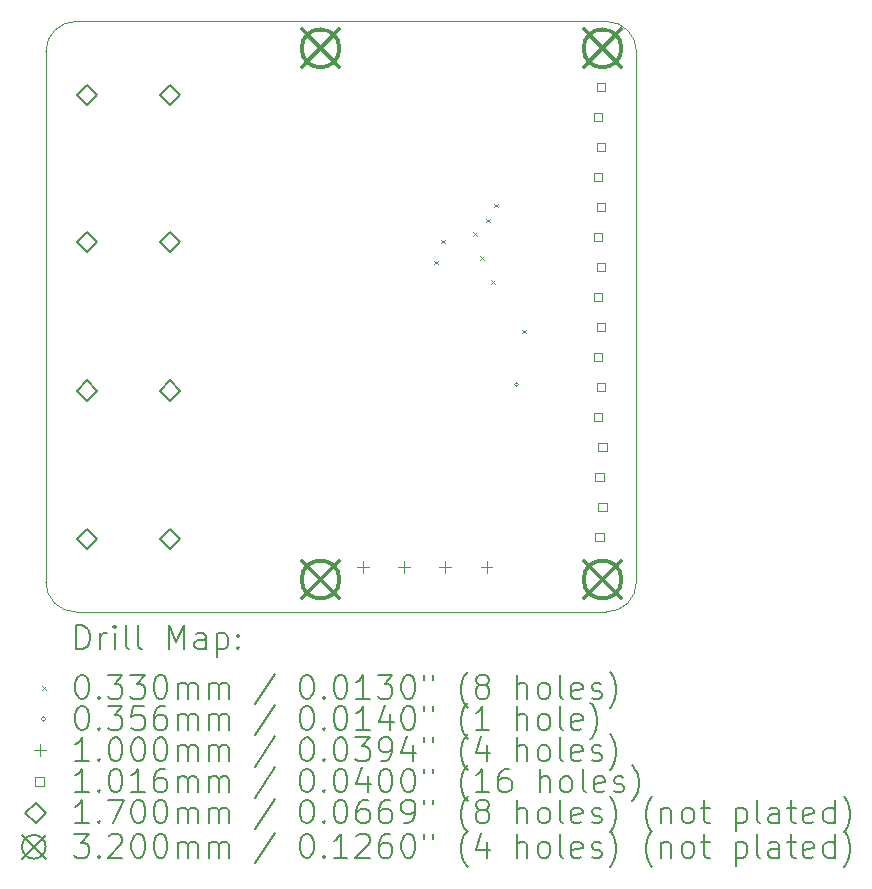
<source format=gbr>
%TF.GenerationSoftware,KiCad,Pcbnew,7.0.7*%
%TF.CreationDate,2025-03-22T12:59:14+10:30*%
%TF.ProjectId,ATM90E36_Breakout,41544d39-3045-4333-965f-427265616b6f,rev?*%
%TF.SameCoordinates,Original*%
%TF.FileFunction,Drillmap*%
%TF.FilePolarity,Positive*%
%FSLAX45Y45*%
G04 Gerber Fmt 4.5, Leading zero omitted, Abs format (unit mm)*
G04 Created by KiCad (PCBNEW 7.0.7) date 2025-03-22 12:59:14*
%MOMM*%
%LPD*%
G01*
G04 APERTURE LIST*
%ADD10C,0.050000*%
%ADD11C,0.200000*%
%ADD12C,0.033020*%
%ADD13C,0.035560*%
%ADD14C,0.100000*%
%ADD15C,0.101600*%
%ADD16C,0.170000*%
%ADD17C,0.320000*%
G04 APERTURE END LIST*
D10*
X12350110Y-8364860D02*
X12350110Y-8885560D01*
X12350110Y-12124060D02*
X12350110Y-12644760D01*
X12350110Y-10866760D02*
X12350110Y-11387460D01*
X12350110Y-9609460D02*
X12350110Y-10130160D01*
X12350110Y-8254360D02*
X12350110Y-8364860D01*
X17096110Y-8000360D02*
X12604110Y-8000360D01*
X12604110Y-8000360D02*
G75*
G03*
X12350110Y-8254360I0J-254000D01*
G01*
X12350110Y-8885560D02*
X12350110Y-9609460D01*
X12350110Y-10130160D02*
X12350110Y-10866760D01*
X12604110Y-13000360D02*
X17096110Y-13000360D01*
X17350110Y-8254360D02*
G75*
G03*
X17096110Y-8000360I-254000J0D01*
G01*
X12350110Y-11387460D02*
X12350110Y-12124060D01*
X12350110Y-12746360D02*
G75*
G03*
X12604110Y-13000360I254000J0D01*
G01*
X17350110Y-12746360D02*
X17350110Y-8254360D01*
X17096110Y-13000360D02*
G75*
G03*
X17350110Y-12746360I0J254000D01*
G01*
X12350110Y-12644760D02*
X12350110Y-12746360D01*
D11*
D12*
X15635600Y-10024750D02*
X15668620Y-10057770D01*
X15668620Y-10024750D02*
X15635600Y-10057770D01*
X15699100Y-9846950D02*
X15732120Y-9879970D01*
X15732120Y-9846950D02*
X15699100Y-9879970D01*
X15965800Y-9783450D02*
X15998820Y-9816470D01*
X15998820Y-9783450D02*
X15965800Y-9816470D01*
X16029300Y-9986650D02*
X16062320Y-10019670D01*
X16062320Y-9986650D02*
X16029300Y-10019670D01*
X16080100Y-9669150D02*
X16113120Y-9702170D01*
X16113120Y-9669150D02*
X16080100Y-9702170D01*
X16118200Y-10189850D02*
X16151220Y-10222870D01*
X16151220Y-10189850D02*
X16118200Y-10222870D01*
X16143600Y-9542150D02*
X16176620Y-9575170D01*
X16176620Y-9542150D02*
X16143600Y-9575170D01*
X16384900Y-10608950D02*
X16417920Y-10641970D01*
X16417920Y-10608950D02*
X16384900Y-10641970D01*
D13*
X16353150Y-11072500D02*
G75*
G03*
X16353150Y-11072500I-17780J0D01*
G01*
D14*
X15032610Y-12569360D02*
X15032610Y-12669360D01*
X14982610Y-12619360D02*
X15082610Y-12619360D01*
X15382610Y-12569360D02*
X15382610Y-12669360D01*
X15332610Y-12619360D02*
X15432610Y-12619360D01*
X15731110Y-12569360D02*
X15731110Y-12669360D01*
X15681110Y-12619360D02*
X15781110Y-12619360D01*
X16081110Y-12569360D02*
X16081110Y-12669360D01*
X16031110Y-12619360D02*
X16131110Y-12619360D01*
D15*
X17059631Y-8845281D02*
X17059631Y-8773439D01*
X16987789Y-8773439D01*
X16987789Y-8845281D01*
X17059631Y-8845281D01*
X17059631Y-9353281D02*
X17059631Y-9281439D01*
X16987789Y-9281439D01*
X16987789Y-9353281D01*
X17059631Y-9353281D01*
X17059631Y-9861281D02*
X17059631Y-9789439D01*
X16987789Y-9789439D01*
X16987789Y-9861281D01*
X17059631Y-9861281D01*
X17059631Y-10369281D02*
X17059631Y-10297439D01*
X16987789Y-10297439D01*
X16987789Y-10369281D01*
X17059631Y-10369281D01*
X17059631Y-10877281D02*
X17059631Y-10805439D01*
X16987789Y-10805439D01*
X16987789Y-10877281D01*
X17059631Y-10877281D01*
X17059631Y-11385281D02*
X17059631Y-11313439D01*
X16987789Y-11313439D01*
X16987789Y-11385281D01*
X17059631Y-11385281D01*
X17072331Y-11893281D02*
X17072331Y-11821439D01*
X17000489Y-11821439D01*
X17000489Y-11893281D01*
X17072331Y-11893281D01*
X17072331Y-12401281D02*
X17072331Y-12329439D01*
X17000489Y-12329439D01*
X17000489Y-12401281D01*
X17072331Y-12401281D01*
X17085031Y-8591281D02*
X17085031Y-8519439D01*
X17013189Y-8519439D01*
X17013189Y-8591281D01*
X17085031Y-8591281D01*
X17085031Y-9099281D02*
X17085031Y-9027439D01*
X17013189Y-9027439D01*
X17013189Y-9099281D01*
X17085031Y-9099281D01*
X17085031Y-9607281D02*
X17085031Y-9535439D01*
X17013189Y-9535439D01*
X17013189Y-9607281D01*
X17085031Y-9607281D01*
X17085031Y-10115281D02*
X17085031Y-10043439D01*
X17013189Y-10043439D01*
X17013189Y-10115281D01*
X17085031Y-10115281D01*
X17085031Y-10623281D02*
X17085031Y-10551439D01*
X17013189Y-10551439D01*
X17013189Y-10623281D01*
X17085031Y-10623281D01*
X17085031Y-11131281D02*
X17085031Y-11059439D01*
X17013189Y-11059439D01*
X17013189Y-11131281D01*
X17085031Y-11131281D01*
X17097731Y-11639281D02*
X17097731Y-11567439D01*
X17025889Y-11567439D01*
X17025889Y-11639281D01*
X17097731Y-11639281D01*
X17097731Y-12147281D02*
X17097731Y-12075439D01*
X17025889Y-12075439D01*
X17025889Y-12147281D01*
X17097731Y-12147281D01*
D16*
X12700000Y-8708300D02*
X12785000Y-8623300D01*
X12700000Y-8538300D01*
X12615000Y-8623300D01*
X12700000Y-8708300D01*
X12700000Y-9952900D02*
X12785000Y-9867900D01*
X12700000Y-9782900D01*
X12615000Y-9867900D01*
X12700000Y-9952900D01*
X12700000Y-11210200D02*
X12785000Y-11125200D01*
X12700000Y-11040200D01*
X12615000Y-11125200D01*
X12700000Y-11210200D01*
X12700000Y-12467500D02*
X12785000Y-12382500D01*
X12700000Y-12297500D01*
X12615000Y-12382500D01*
X12700000Y-12467500D01*
X13400000Y-8708300D02*
X13485000Y-8623300D01*
X13400000Y-8538300D01*
X13315000Y-8623300D01*
X13400000Y-8708300D01*
X13400000Y-9952900D02*
X13485000Y-9867900D01*
X13400000Y-9782900D01*
X13315000Y-9867900D01*
X13400000Y-9952900D01*
X13400000Y-11210200D02*
X13485000Y-11125200D01*
X13400000Y-11040200D01*
X13315000Y-11125200D01*
X13400000Y-11210200D01*
X13400000Y-12467500D02*
X13485000Y-12382500D01*
X13400000Y-12297500D01*
X13315000Y-12382500D01*
X13400000Y-12467500D01*
D17*
X14515110Y-8067860D02*
X14835110Y-8387860D01*
X14835110Y-8067860D02*
X14515110Y-8387860D01*
X14835110Y-8227860D02*
G75*
G03*
X14835110Y-8227860I-160000J0D01*
G01*
X14515110Y-12565360D02*
X14835110Y-12885360D01*
X14835110Y-12565360D02*
X14515110Y-12885360D01*
X14835110Y-12725360D02*
G75*
G03*
X14835110Y-12725360I-160000J0D01*
G01*
X16902610Y-8067860D02*
X17222610Y-8387860D01*
X17222610Y-8067860D02*
X16902610Y-8387860D01*
X17222610Y-8227860D02*
G75*
G03*
X17222610Y-8227860I-160000J0D01*
G01*
X16902610Y-12565360D02*
X17222610Y-12885360D01*
X17222610Y-12565360D02*
X16902610Y-12885360D01*
X17222610Y-12725360D02*
G75*
G03*
X17222610Y-12725360I-160000J0D01*
G01*
D11*
X12608387Y-13314344D02*
X12608387Y-13114344D01*
X12608387Y-13114344D02*
X12656006Y-13114344D01*
X12656006Y-13114344D02*
X12684577Y-13123868D01*
X12684577Y-13123868D02*
X12703625Y-13142915D01*
X12703625Y-13142915D02*
X12713149Y-13161963D01*
X12713149Y-13161963D02*
X12722672Y-13200058D01*
X12722672Y-13200058D02*
X12722672Y-13228629D01*
X12722672Y-13228629D02*
X12713149Y-13266725D01*
X12713149Y-13266725D02*
X12703625Y-13285772D01*
X12703625Y-13285772D02*
X12684577Y-13304820D01*
X12684577Y-13304820D02*
X12656006Y-13314344D01*
X12656006Y-13314344D02*
X12608387Y-13314344D01*
X12808387Y-13314344D02*
X12808387Y-13181010D01*
X12808387Y-13219106D02*
X12817911Y-13200058D01*
X12817911Y-13200058D02*
X12827434Y-13190534D01*
X12827434Y-13190534D02*
X12846482Y-13181010D01*
X12846482Y-13181010D02*
X12865530Y-13181010D01*
X12932196Y-13314344D02*
X12932196Y-13181010D01*
X12932196Y-13114344D02*
X12922672Y-13123868D01*
X12922672Y-13123868D02*
X12932196Y-13133391D01*
X12932196Y-13133391D02*
X12941720Y-13123868D01*
X12941720Y-13123868D02*
X12932196Y-13114344D01*
X12932196Y-13114344D02*
X12932196Y-13133391D01*
X13056006Y-13314344D02*
X13036958Y-13304820D01*
X13036958Y-13304820D02*
X13027434Y-13285772D01*
X13027434Y-13285772D02*
X13027434Y-13114344D01*
X13160768Y-13314344D02*
X13141720Y-13304820D01*
X13141720Y-13304820D02*
X13132196Y-13285772D01*
X13132196Y-13285772D02*
X13132196Y-13114344D01*
X13389339Y-13314344D02*
X13389339Y-13114344D01*
X13389339Y-13114344D02*
X13456006Y-13257201D01*
X13456006Y-13257201D02*
X13522672Y-13114344D01*
X13522672Y-13114344D02*
X13522672Y-13314344D01*
X13703625Y-13314344D02*
X13703625Y-13209582D01*
X13703625Y-13209582D02*
X13694101Y-13190534D01*
X13694101Y-13190534D02*
X13675053Y-13181010D01*
X13675053Y-13181010D02*
X13636958Y-13181010D01*
X13636958Y-13181010D02*
X13617911Y-13190534D01*
X13703625Y-13304820D02*
X13684577Y-13314344D01*
X13684577Y-13314344D02*
X13636958Y-13314344D01*
X13636958Y-13314344D02*
X13617911Y-13304820D01*
X13617911Y-13304820D02*
X13608387Y-13285772D01*
X13608387Y-13285772D02*
X13608387Y-13266725D01*
X13608387Y-13266725D02*
X13617911Y-13247677D01*
X13617911Y-13247677D02*
X13636958Y-13238153D01*
X13636958Y-13238153D02*
X13684577Y-13238153D01*
X13684577Y-13238153D02*
X13703625Y-13228629D01*
X13798863Y-13181010D02*
X13798863Y-13381010D01*
X13798863Y-13190534D02*
X13817911Y-13181010D01*
X13817911Y-13181010D02*
X13856006Y-13181010D01*
X13856006Y-13181010D02*
X13875053Y-13190534D01*
X13875053Y-13190534D02*
X13884577Y-13200058D01*
X13884577Y-13200058D02*
X13894101Y-13219106D01*
X13894101Y-13219106D02*
X13894101Y-13276248D01*
X13894101Y-13276248D02*
X13884577Y-13295296D01*
X13884577Y-13295296D02*
X13875053Y-13304820D01*
X13875053Y-13304820D02*
X13856006Y-13314344D01*
X13856006Y-13314344D02*
X13817911Y-13314344D01*
X13817911Y-13314344D02*
X13798863Y-13304820D01*
X13979815Y-13295296D02*
X13989339Y-13304820D01*
X13989339Y-13304820D02*
X13979815Y-13314344D01*
X13979815Y-13314344D02*
X13970292Y-13304820D01*
X13970292Y-13304820D02*
X13979815Y-13295296D01*
X13979815Y-13295296D02*
X13979815Y-13314344D01*
X13979815Y-13190534D02*
X13989339Y-13200058D01*
X13989339Y-13200058D02*
X13979815Y-13209582D01*
X13979815Y-13209582D02*
X13970292Y-13200058D01*
X13970292Y-13200058D02*
X13979815Y-13190534D01*
X13979815Y-13190534D02*
X13979815Y-13209582D01*
D12*
X12314590Y-13626350D02*
X12347610Y-13659370D01*
X12347610Y-13626350D02*
X12314590Y-13659370D01*
D11*
X12646482Y-13534344D02*
X12665530Y-13534344D01*
X12665530Y-13534344D02*
X12684577Y-13543868D01*
X12684577Y-13543868D02*
X12694101Y-13553391D01*
X12694101Y-13553391D02*
X12703625Y-13572439D01*
X12703625Y-13572439D02*
X12713149Y-13610534D01*
X12713149Y-13610534D02*
X12713149Y-13658153D01*
X12713149Y-13658153D02*
X12703625Y-13696248D01*
X12703625Y-13696248D02*
X12694101Y-13715296D01*
X12694101Y-13715296D02*
X12684577Y-13724820D01*
X12684577Y-13724820D02*
X12665530Y-13734344D01*
X12665530Y-13734344D02*
X12646482Y-13734344D01*
X12646482Y-13734344D02*
X12627434Y-13724820D01*
X12627434Y-13724820D02*
X12617911Y-13715296D01*
X12617911Y-13715296D02*
X12608387Y-13696248D01*
X12608387Y-13696248D02*
X12598863Y-13658153D01*
X12598863Y-13658153D02*
X12598863Y-13610534D01*
X12598863Y-13610534D02*
X12608387Y-13572439D01*
X12608387Y-13572439D02*
X12617911Y-13553391D01*
X12617911Y-13553391D02*
X12627434Y-13543868D01*
X12627434Y-13543868D02*
X12646482Y-13534344D01*
X12798863Y-13715296D02*
X12808387Y-13724820D01*
X12808387Y-13724820D02*
X12798863Y-13734344D01*
X12798863Y-13734344D02*
X12789339Y-13724820D01*
X12789339Y-13724820D02*
X12798863Y-13715296D01*
X12798863Y-13715296D02*
X12798863Y-13734344D01*
X12875053Y-13534344D02*
X12998863Y-13534344D01*
X12998863Y-13534344D02*
X12932196Y-13610534D01*
X12932196Y-13610534D02*
X12960768Y-13610534D01*
X12960768Y-13610534D02*
X12979815Y-13620058D01*
X12979815Y-13620058D02*
X12989339Y-13629582D01*
X12989339Y-13629582D02*
X12998863Y-13648629D01*
X12998863Y-13648629D02*
X12998863Y-13696248D01*
X12998863Y-13696248D02*
X12989339Y-13715296D01*
X12989339Y-13715296D02*
X12979815Y-13724820D01*
X12979815Y-13724820D02*
X12960768Y-13734344D01*
X12960768Y-13734344D02*
X12903625Y-13734344D01*
X12903625Y-13734344D02*
X12884577Y-13724820D01*
X12884577Y-13724820D02*
X12875053Y-13715296D01*
X13065530Y-13534344D02*
X13189339Y-13534344D01*
X13189339Y-13534344D02*
X13122672Y-13610534D01*
X13122672Y-13610534D02*
X13151244Y-13610534D01*
X13151244Y-13610534D02*
X13170292Y-13620058D01*
X13170292Y-13620058D02*
X13179815Y-13629582D01*
X13179815Y-13629582D02*
X13189339Y-13648629D01*
X13189339Y-13648629D02*
X13189339Y-13696248D01*
X13189339Y-13696248D02*
X13179815Y-13715296D01*
X13179815Y-13715296D02*
X13170292Y-13724820D01*
X13170292Y-13724820D02*
X13151244Y-13734344D01*
X13151244Y-13734344D02*
X13094101Y-13734344D01*
X13094101Y-13734344D02*
X13075053Y-13724820D01*
X13075053Y-13724820D02*
X13065530Y-13715296D01*
X13313149Y-13534344D02*
X13332196Y-13534344D01*
X13332196Y-13534344D02*
X13351244Y-13543868D01*
X13351244Y-13543868D02*
X13360768Y-13553391D01*
X13360768Y-13553391D02*
X13370292Y-13572439D01*
X13370292Y-13572439D02*
X13379815Y-13610534D01*
X13379815Y-13610534D02*
X13379815Y-13658153D01*
X13379815Y-13658153D02*
X13370292Y-13696248D01*
X13370292Y-13696248D02*
X13360768Y-13715296D01*
X13360768Y-13715296D02*
X13351244Y-13724820D01*
X13351244Y-13724820D02*
X13332196Y-13734344D01*
X13332196Y-13734344D02*
X13313149Y-13734344D01*
X13313149Y-13734344D02*
X13294101Y-13724820D01*
X13294101Y-13724820D02*
X13284577Y-13715296D01*
X13284577Y-13715296D02*
X13275053Y-13696248D01*
X13275053Y-13696248D02*
X13265530Y-13658153D01*
X13265530Y-13658153D02*
X13265530Y-13610534D01*
X13265530Y-13610534D02*
X13275053Y-13572439D01*
X13275053Y-13572439D02*
X13284577Y-13553391D01*
X13284577Y-13553391D02*
X13294101Y-13543868D01*
X13294101Y-13543868D02*
X13313149Y-13534344D01*
X13465530Y-13734344D02*
X13465530Y-13601010D01*
X13465530Y-13620058D02*
X13475053Y-13610534D01*
X13475053Y-13610534D02*
X13494101Y-13601010D01*
X13494101Y-13601010D02*
X13522673Y-13601010D01*
X13522673Y-13601010D02*
X13541720Y-13610534D01*
X13541720Y-13610534D02*
X13551244Y-13629582D01*
X13551244Y-13629582D02*
X13551244Y-13734344D01*
X13551244Y-13629582D02*
X13560768Y-13610534D01*
X13560768Y-13610534D02*
X13579815Y-13601010D01*
X13579815Y-13601010D02*
X13608387Y-13601010D01*
X13608387Y-13601010D02*
X13627434Y-13610534D01*
X13627434Y-13610534D02*
X13636958Y-13629582D01*
X13636958Y-13629582D02*
X13636958Y-13734344D01*
X13732196Y-13734344D02*
X13732196Y-13601010D01*
X13732196Y-13620058D02*
X13741720Y-13610534D01*
X13741720Y-13610534D02*
X13760768Y-13601010D01*
X13760768Y-13601010D02*
X13789339Y-13601010D01*
X13789339Y-13601010D02*
X13808387Y-13610534D01*
X13808387Y-13610534D02*
X13817911Y-13629582D01*
X13817911Y-13629582D02*
X13817911Y-13734344D01*
X13817911Y-13629582D02*
X13827434Y-13610534D01*
X13827434Y-13610534D02*
X13846482Y-13601010D01*
X13846482Y-13601010D02*
X13875053Y-13601010D01*
X13875053Y-13601010D02*
X13894101Y-13610534D01*
X13894101Y-13610534D02*
X13903625Y-13629582D01*
X13903625Y-13629582D02*
X13903625Y-13734344D01*
X14294101Y-13524820D02*
X14122673Y-13781963D01*
X14551244Y-13534344D02*
X14570292Y-13534344D01*
X14570292Y-13534344D02*
X14589339Y-13543868D01*
X14589339Y-13543868D02*
X14598863Y-13553391D01*
X14598863Y-13553391D02*
X14608387Y-13572439D01*
X14608387Y-13572439D02*
X14617911Y-13610534D01*
X14617911Y-13610534D02*
X14617911Y-13658153D01*
X14617911Y-13658153D02*
X14608387Y-13696248D01*
X14608387Y-13696248D02*
X14598863Y-13715296D01*
X14598863Y-13715296D02*
X14589339Y-13724820D01*
X14589339Y-13724820D02*
X14570292Y-13734344D01*
X14570292Y-13734344D02*
X14551244Y-13734344D01*
X14551244Y-13734344D02*
X14532196Y-13724820D01*
X14532196Y-13724820D02*
X14522673Y-13715296D01*
X14522673Y-13715296D02*
X14513149Y-13696248D01*
X14513149Y-13696248D02*
X14503625Y-13658153D01*
X14503625Y-13658153D02*
X14503625Y-13610534D01*
X14503625Y-13610534D02*
X14513149Y-13572439D01*
X14513149Y-13572439D02*
X14522673Y-13553391D01*
X14522673Y-13553391D02*
X14532196Y-13543868D01*
X14532196Y-13543868D02*
X14551244Y-13534344D01*
X14703625Y-13715296D02*
X14713149Y-13724820D01*
X14713149Y-13724820D02*
X14703625Y-13734344D01*
X14703625Y-13734344D02*
X14694101Y-13724820D01*
X14694101Y-13724820D02*
X14703625Y-13715296D01*
X14703625Y-13715296D02*
X14703625Y-13734344D01*
X14836958Y-13534344D02*
X14856006Y-13534344D01*
X14856006Y-13534344D02*
X14875054Y-13543868D01*
X14875054Y-13543868D02*
X14884577Y-13553391D01*
X14884577Y-13553391D02*
X14894101Y-13572439D01*
X14894101Y-13572439D02*
X14903625Y-13610534D01*
X14903625Y-13610534D02*
X14903625Y-13658153D01*
X14903625Y-13658153D02*
X14894101Y-13696248D01*
X14894101Y-13696248D02*
X14884577Y-13715296D01*
X14884577Y-13715296D02*
X14875054Y-13724820D01*
X14875054Y-13724820D02*
X14856006Y-13734344D01*
X14856006Y-13734344D02*
X14836958Y-13734344D01*
X14836958Y-13734344D02*
X14817911Y-13724820D01*
X14817911Y-13724820D02*
X14808387Y-13715296D01*
X14808387Y-13715296D02*
X14798863Y-13696248D01*
X14798863Y-13696248D02*
X14789339Y-13658153D01*
X14789339Y-13658153D02*
X14789339Y-13610534D01*
X14789339Y-13610534D02*
X14798863Y-13572439D01*
X14798863Y-13572439D02*
X14808387Y-13553391D01*
X14808387Y-13553391D02*
X14817911Y-13543868D01*
X14817911Y-13543868D02*
X14836958Y-13534344D01*
X15094101Y-13734344D02*
X14979816Y-13734344D01*
X15036958Y-13734344D02*
X15036958Y-13534344D01*
X15036958Y-13534344D02*
X15017911Y-13562915D01*
X15017911Y-13562915D02*
X14998863Y-13581963D01*
X14998863Y-13581963D02*
X14979816Y-13591487D01*
X15160768Y-13534344D02*
X15284577Y-13534344D01*
X15284577Y-13534344D02*
X15217911Y-13610534D01*
X15217911Y-13610534D02*
X15246482Y-13610534D01*
X15246482Y-13610534D02*
X15265530Y-13620058D01*
X15265530Y-13620058D02*
X15275054Y-13629582D01*
X15275054Y-13629582D02*
X15284577Y-13648629D01*
X15284577Y-13648629D02*
X15284577Y-13696248D01*
X15284577Y-13696248D02*
X15275054Y-13715296D01*
X15275054Y-13715296D02*
X15265530Y-13724820D01*
X15265530Y-13724820D02*
X15246482Y-13734344D01*
X15246482Y-13734344D02*
X15189339Y-13734344D01*
X15189339Y-13734344D02*
X15170292Y-13724820D01*
X15170292Y-13724820D02*
X15160768Y-13715296D01*
X15408387Y-13534344D02*
X15427435Y-13534344D01*
X15427435Y-13534344D02*
X15446482Y-13543868D01*
X15446482Y-13543868D02*
X15456006Y-13553391D01*
X15456006Y-13553391D02*
X15465530Y-13572439D01*
X15465530Y-13572439D02*
X15475054Y-13610534D01*
X15475054Y-13610534D02*
X15475054Y-13658153D01*
X15475054Y-13658153D02*
X15465530Y-13696248D01*
X15465530Y-13696248D02*
X15456006Y-13715296D01*
X15456006Y-13715296D02*
X15446482Y-13724820D01*
X15446482Y-13724820D02*
X15427435Y-13734344D01*
X15427435Y-13734344D02*
X15408387Y-13734344D01*
X15408387Y-13734344D02*
X15389339Y-13724820D01*
X15389339Y-13724820D02*
X15379816Y-13715296D01*
X15379816Y-13715296D02*
X15370292Y-13696248D01*
X15370292Y-13696248D02*
X15360768Y-13658153D01*
X15360768Y-13658153D02*
X15360768Y-13610534D01*
X15360768Y-13610534D02*
X15370292Y-13572439D01*
X15370292Y-13572439D02*
X15379816Y-13553391D01*
X15379816Y-13553391D02*
X15389339Y-13543868D01*
X15389339Y-13543868D02*
X15408387Y-13534344D01*
X15551244Y-13534344D02*
X15551244Y-13572439D01*
X15627435Y-13534344D02*
X15627435Y-13572439D01*
X15922673Y-13810534D02*
X15913149Y-13801010D01*
X15913149Y-13801010D02*
X15894101Y-13772439D01*
X15894101Y-13772439D02*
X15884578Y-13753391D01*
X15884578Y-13753391D02*
X15875054Y-13724820D01*
X15875054Y-13724820D02*
X15865530Y-13677201D01*
X15865530Y-13677201D02*
X15865530Y-13639106D01*
X15865530Y-13639106D02*
X15875054Y-13591487D01*
X15875054Y-13591487D02*
X15884578Y-13562915D01*
X15884578Y-13562915D02*
X15894101Y-13543868D01*
X15894101Y-13543868D02*
X15913149Y-13515296D01*
X15913149Y-13515296D02*
X15922673Y-13505772D01*
X16027435Y-13620058D02*
X16008387Y-13610534D01*
X16008387Y-13610534D02*
X15998863Y-13601010D01*
X15998863Y-13601010D02*
X15989339Y-13581963D01*
X15989339Y-13581963D02*
X15989339Y-13572439D01*
X15989339Y-13572439D02*
X15998863Y-13553391D01*
X15998863Y-13553391D02*
X16008387Y-13543868D01*
X16008387Y-13543868D02*
X16027435Y-13534344D01*
X16027435Y-13534344D02*
X16065530Y-13534344D01*
X16065530Y-13534344D02*
X16084578Y-13543868D01*
X16084578Y-13543868D02*
X16094101Y-13553391D01*
X16094101Y-13553391D02*
X16103625Y-13572439D01*
X16103625Y-13572439D02*
X16103625Y-13581963D01*
X16103625Y-13581963D02*
X16094101Y-13601010D01*
X16094101Y-13601010D02*
X16084578Y-13610534D01*
X16084578Y-13610534D02*
X16065530Y-13620058D01*
X16065530Y-13620058D02*
X16027435Y-13620058D01*
X16027435Y-13620058D02*
X16008387Y-13629582D01*
X16008387Y-13629582D02*
X15998863Y-13639106D01*
X15998863Y-13639106D02*
X15989339Y-13658153D01*
X15989339Y-13658153D02*
X15989339Y-13696248D01*
X15989339Y-13696248D02*
X15998863Y-13715296D01*
X15998863Y-13715296D02*
X16008387Y-13724820D01*
X16008387Y-13724820D02*
X16027435Y-13734344D01*
X16027435Y-13734344D02*
X16065530Y-13734344D01*
X16065530Y-13734344D02*
X16084578Y-13724820D01*
X16084578Y-13724820D02*
X16094101Y-13715296D01*
X16094101Y-13715296D02*
X16103625Y-13696248D01*
X16103625Y-13696248D02*
X16103625Y-13658153D01*
X16103625Y-13658153D02*
X16094101Y-13639106D01*
X16094101Y-13639106D02*
X16084578Y-13629582D01*
X16084578Y-13629582D02*
X16065530Y-13620058D01*
X16341720Y-13734344D02*
X16341720Y-13534344D01*
X16427435Y-13734344D02*
X16427435Y-13629582D01*
X16427435Y-13629582D02*
X16417911Y-13610534D01*
X16417911Y-13610534D02*
X16398863Y-13601010D01*
X16398863Y-13601010D02*
X16370292Y-13601010D01*
X16370292Y-13601010D02*
X16351244Y-13610534D01*
X16351244Y-13610534D02*
X16341720Y-13620058D01*
X16551244Y-13734344D02*
X16532197Y-13724820D01*
X16532197Y-13724820D02*
X16522673Y-13715296D01*
X16522673Y-13715296D02*
X16513149Y-13696248D01*
X16513149Y-13696248D02*
X16513149Y-13639106D01*
X16513149Y-13639106D02*
X16522673Y-13620058D01*
X16522673Y-13620058D02*
X16532197Y-13610534D01*
X16532197Y-13610534D02*
X16551244Y-13601010D01*
X16551244Y-13601010D02*
X16579816Y-13601010D01*
X16579816Y-13601010D02*
X16598863Y-13610534D01*
X16598863Y-13610534D02*
X16608387Y-13620058D01*
X16608387Y-13620058D02*
X16617911Y-13639106D01*
X16617911Y-13639106D02*
X16617911Y-13696248D01*
X16617911Y-13696248D02*
X16608387Y-13715296D01*
X16608387Y-13715296D02*
X16598863Y-13724820D01*
X16598863Y-13724820D02*
X16579816Y-13734344D01*
X16579816Y-13734344D02*
X16551244Y-13734344D01*
X16732197Y-13734344D02*
X16713149Y-13724820D01*
X16713149Y-13724820D02*
X16703625Y-13705772D01*
X16703625Y-13705772D02*
X16703625Y-13534344D01*
X16884578Y-13724820D02*
X16865530Y-13734344D01*
X16865530Y-13734344D02*
X16827435Y-13734344D01*
X16827435Y-13734344D02*
X16808387Y-13724820D01*
X16808387Y-13724820D02*
X16798863Y-13705772D01*
X16798863Y-13705772D02*
X16798863Y-13629582D01*
X16798863Y-13629582D02*
X16808387Y-13610534D01*
X16808387Y-13610534D02*
X16827435Y-13601010D01*
X16827435Y-13601010D02*
X16865530Y-13601010D01*
X16865530Y-13601010D02*
X16884578Y-13610534D01*
X16884578Y-13610534D02*
X16894102Y-13629582D01*
X16894102Y-13629582D02*
X16894102Y-13648629D01*
X16894102Y-13648629D02*
X16798863Y-13667677D01*
X16970292Y-13724820D02*
X16989340Y-13734344D01*
X16989340Y-13734344D02*
X17027435Y-13734344D01*
X17027435Y-13734344D02*
X17046483Y-13724820D01*
X17046483Y-13724820D02*
X17056006Y-13705772D01*
X17056006Y-13705772D02*
X17056006Y-13696248D01*
X17056006Y-13696248D02*
X17046483Y-13677201D01*
X17046483Y-13677201D02*
X17027435Y-13667677D01*
X17027435Y-13667677D02*
X16998863Y-13667677D01*
X16998863Y-13667677D02*
X16979816Y-13658153D01*
X16979816Y-13658153D02*
X16970292Y-13639106D01*
X16970292Y-13639106D02*
X16970292Y-13629582D01*
X16970292Y-13629582D02*
X16979816Y-13610534D01*
X16979816Y-13610534D02*
X16998863Y-13601010D01*
X16998863Y-13601010D02*
X17027435Y-13601010D01*
X17027435Y-13601010D02*
X17046483Y-13610534D01*
X17122673Y-13810534D02*
X17132197Y-13801010D01*
X17132197Y-13801010D02*
X17151244Y-13772439D01*
X17151244Y-13772439D02*
X17160768Y-13753391D01*
X17160768Y-13753391D02*
X17170292Y-13724820D01*
X17170292Y-13724820D02*
X17179816Y-13677201D01*
X17179816Y-13677201D02*
X17179816Y-13639106D01*
X17179816Y-13639106D02*
X17170292Y-13591487D01*
X17170292Y-13591487D02*
X17160768Y-13562915D01*
X17160768Y-13562915D02*
X17151244Y-13543868D01*
X17151244Y-13543868D02*
X17132197Y-13515296D01*
X17132197Y-13515296D02*
X17122673Y-13505772D01*
D13*
X12347610Y-13906860D02*
G75*
G03*
X12347610Y-13906860I-17780J0D01*
G01*
D11*
X12646482Y-13798344D02*
X12665530Y-13798344D01*
X12665530Y-13798344D02*
X12684577Y-13807868D01*
X12684577Y-13807868D02*
X12694101Y-13817391D01*
X12694101Y-13817391D02*
X12703625Y-13836439D01*
X12703625Y-13836439D02*
X12713149Y-13874534D01*
X12713149Y-13874534D02*
X12713149Y-13922153D01*
X12713149Y-13922153D02*
X12703625Y-13960248D01*
X12703625Y-13960248D02*
X12694101Y-13979296D01*
X12694101Y-13979296D02*
X12684577Y-13988820D01*
X12684577Y-13988820D02*
X12665530Y-13998344D01*
X12665530Y-13998344D02*
X12646482Y-13998344D01*
X12646482Y-13998344D02*
X12627434Y-13988820D01*
X12627434Y-13988820D02*
X12617911Y-13979296D01*
X12617911Y-13979296D02*
X12608387Y-13960248D01*
X12608387Y-13960248D02*
X12598863Y-13922153D01*
X12598863Y-13922153D02*
X12598863Y-13874534D01*
X12598863Y-13874534D02*
X12608387Y-13836439D01*
X12608387Y-13836439D02*
X12617911Y-13817391D01*
X12617911Y-13817391D02*
X12627434Y-13807868D01*
X12627434Y-13807868D02*
X12646482Y-13798344D01*
X12798863Y-13979296D02*
X12808387Y-13988820D01*
X12808387Y-13988820D02*
X12798863Y-13998344D01*
X12798863Y-13998344D02*
X12789339Y-13988820D01*
X12789339Y-13988820D02*
X12798863Y-13979296D01*
X12798863Y-13979296D02*
X12798863Y-13998344D01*
X12875053Y-13798344D02*
X12998863Y-13798344D01*
X12998863Y-13798344D02*
X12932196Y-13874534D01*
X12932196Y-13874534D02*
X12960768Y-13874534D01*
X12960768Y-13874534D02*
X12979815Y-13884058D01*
X12979815Y-13884058D02*
X12989339Y-13893582D01*
X12989339Y-13893582D02*
X12998863Y-13912629D01*
X12998863Y-13912629D02*
X12998863Y-13960248D01*
X12998863Y-13960248D02*
X12989339Y-13979296D01*
X12989339Y-13979296D02*
X12979815Y-13988820D01*
X12979815Y-13988820D02*
X12960768Y-13998344D01*
X12960768Y-13998344D02*
X12903625Y-13998344D01*
X12903625Y-13998344D02*
X12884577Y-13988820D01*
X12884577Y-13988820D02*
X12875053Y-13979296D01*
X13179815Y-13798344D02*
X13084577Y-13798344D01*
X13084577Y-13798344D02*
X13075053Y-13893582D01*
X13075053Y-13893582D02*
X13084577Y-13884058D01*
X13084577Y-13884058D02*
X13103625Y-13874534D01*
X13103625Y-13874534D02*
X13151244Y-13874534D01*
X13151244Y-13874534D02*
X13170292Y-13884058D01*
X13170292Y-13884058D02*
X13179815Y-13893582D01*
X13179815Y-13893582D02*
X13189339Y-13912629D01*
X13189339Y-13912629D02*
X13189339Y-13960248D01*
X13189339Y-13960248D02*
X13179815Y-13979296D01*
X13179815Y-13979296D02*
X13170292Y-13988820D01*
X13170292Y-13988820D02*
X13151244Y-13998344D01*
X13151244Y-13998344D02*
X13103625Y-13998344D01*
X13103625Y-13998344D02*
X13084577Y-13988820D01*
X13084577Y-13988820D02*
X13075053Y-13979296D01*
X13360768Y-13798344D02*
X13322672Y-13798344D01*
X13322672Y-13798344D02*
X13303625Y-13807868D01*
X13303625Y-13807868D02*
X13294101Y-13817391D01*
X13294101Y-13817391D02*
X13275053Y-13845963D01*
X13275053Y-13845963D02*
X13265530Y-13884058D01*
X13265530Y-13884058D02*
X13265530Y-13960248D01*
X13265530Y-13960248D02*
X13275053Y-13979296D01*
X13275053Y-13979296D02*
X13284577Y-13988820D01*
X13284577Y-13988820D02*
X13303625Y-13998344D01*
X13303625Y-13998344D02*
X13341720Y-13998344D01*
X13341720Y-13998344D02*
X13360768Y-13988820D01*
X13360768Y-13988820D02*
X13370292Y-13979296D01*
X13370292Y-13979296D02*
X13379815Y-13960248D01*
X13379815Y-13960248D02*
X13379815Y-13912629D01*
X13379815Y-13912629D02*
X13370292Y-13893582D01*
X13370292Y-13893582D02*
X13360768Y-13884058D01*
X13360768Y-13884058D02*
X13341720Y-13874534D01*
X13341720Y-13874534D02*
X13303625Y-13874534D01*
X13303625Y-13874534D02*
X13284577Y-13884058D01*
X13284577Y-13884058D02*
X13275053Y-13893582D01*
X13275053Y-13893582D02*
X13265530Y-13912629D01*
X13465530Y-13998344D02*
X13465530Y-13865010D01*
X13465530Y-13884058D02*
X13475053Y-13874534D01*
X13475053Y-13874534D02*
X13494101Y-13865010D01*
X13494101Y-13865010D02*
X13522673Y-13865010D01*
X13522673Y-13865010D02*
X13541720Y-13874534D01*
X13541720Y-13874534D02*
X13551244Y-13893582D01*
X13551244Y-13893582D02*
X13551244Y-13998344D01*
X13551244Y-13893582D02*
X13560768Y-13874534D01*
X13560768Y-13874534D02*
X13579815Y-13865010D01*
X13579815Y-13865010D02*
X13608387Y-13865010D01*
X13608387Y-13865010D02*
X13627434Y-13874534D01*
X13627434Y-13874534D02*
X13636958Y-13893582D01*
X13636958Y-13893582D02*
X13636958Y-13998344D01*
X13732196Y-13998344D02*
X13732196Y-13865010D01*
X13732196Y-13884058D02*
X13741720Y-13874534D01*
X13741720Y-13874534D02*
X13760768Y-13865010D01*
X13760768Y-13865010D02*
X13789339Y-13865010D01*
X13789339Y-13865010D02*
X13808387Y-13874534D01*
X13808387Y-13874534D02*
X13817911Y-13893582D01*
X13817911Y-13893582D02*
X13817911Y-13998344D01*
X13817911Y-13893582D02*
X13827434Y-13874534D01*
X13827434Y-13874534D02*
X13846482Y-13865010D01*
X13846482Y-13865010D02*
X13875053Y-13865010D01*
X13875053Y-13865010D02*
X13894101Y-13874534D01*
X13894101Y-13874534D02*
X13903625Y-13893582D01*
X13903625Y-13893582D02*
X13903625Y-13998344D01*
X14294101Y-13788820D02*
X14122673Y-14045963D01*
X14551244Y-13798344D02*
X14570292Y-13798344D01*
X14570292Y-13798344D02*
X14589339Y-13807868D01*
X14589339Y-13807868D02*
X14598863Y-13817391D01*
X14598863Y-13817391D02*
X14608387Y-13836439D01*
X14608387Y-13836439D02*
X14617911Y-13874534D01*
X14617911Y-13874534D02*
X14617911Y-13922153D01*
X14617911Y-13922153D02*
X14608387Y-13960248D01*
X14608387Y-13960248D02*
X14598863Y-13979296D01*
X14598863Y-13979296D02*
X14589339Y-13988820D01*
X14589339Y-13988820D02*
X14570292Y-13998344D01*
X14570292Y-13998344D02*
X14551244Y-13998344D01*
X14551244Y-13998344D02*
X14532196Y-13988820D01*
X14532196Y-13988820D02*
X14522673Y-13979296D01*
X14522673Y-13979296D02*
X14513149Y-13960248D01*
X14513149Y-13960248D02*
X14503625Y-13922153D01*
X14503625Y-13922153D02*
X14503625Y-13874534D01*
X14503625Y-13874534D02*
X14513149Y-13836439D01*
X14513149Y-13836439D02*
X14522673Y-13817391D01*
X14522673Y-13817391D02*
X14532196Y-13807868D01*
X14532196Y-13807868D02*
X14551244Y-13798344D01*
X14703625Y-13979296D02*
X14713149Y-13988820D01*
X14713149Y-13988820D02*
X14703625Y-13998344D01*
X14703625Y-13998344D02*
X14694101Y-13988820D01*
X14694101Y-13988820D02*
X14703625Y-13979296D01*
X14703625Y-13979296D02*
X14703625Y-13998344D01*
X14836958Y-13798344D02*
X14856006Y-13798344D01*
X14856006Y-13798344D02*
X14875054Y-13807868D01*
X14875054Y-13807868D02*
X14884577Y-13817391D01*
X14884577Y-13817391D02*
X14894101Y-13836439D01*
X14894101Y-13836439D02*
X14903625Y-13874534D01*
X14903625Y-13874534D02*
X14903625Y-13922153D01*
X14903625Y-13922153D02*
X14894101Y-13960248D01*
X14894101Y-13960248D02*
X14884577Y-13979296D01*
X14884577Y-13979296D02*
X14875054Y-13988820D01*
X14875054Y-13988820D02*
X14856006Y-13998344D01*
X14856006Y-13998344D02*
X14836958Y-13998344D01*
X14836958Y-13998344D02*
X14817911Y-13988820D01*
X14817911Y-13988820D02*
X14808387Y-13979296D01*
X14808387Y-13979296D02*
X14798863Y-13960248D01*
X14798863Y-13960248D02*
X14789339Y-13922153D01*
X14789339Y-13922153D02*
X14789339Y-13874534D01*
X14789339Y-13874534D02*
X14798863Y-13836439D01*
X14798863Y-13836439D02*
X14808387Y-13817391D01*
X14808387Y-13817391D02*
X14817911Y-13807868D01*
X14817911Y-13807868D02*
X14836958Y-13798344D01*
X15094101Y-13998344D02*
X14979816Y-13998344D01*
X15036958Y-13998344D02*
X15036958Y-13798344D01*
X15036958Y-13798344D02*
X15017911Y-13826915D01*
X15017911Y-13826915D02*
X14998863Y-13845963D01*
X14998863Y-13845963D02*
X14979816Y-13855487D01*
X15265530Y-13865010D02*
X15265530Y-13998344D01*
X15217911Y-13788820D02*
X15170292Y-13931677D01*
X15170292Y-13931677D02*
X15294101Y-13931677D01*
X15408387Y-13798344D02*
X15427435Y-13798344D01*
X15427435Y-13798344D02*
X15446482Y-13807868D01*
X15446482Y-13807868D02*
X15456006Y-13817391D01*
X15456006Y-13817391D02*
X15465530Y-13836439D01*
X15465530Y-13836439D02*
X15475054Y-13874534D01*
X15475054Y-13874534D02*
X15475054Y-13922153D01*
X15475054Y-13922153D02*
X15465530Y-13960248D01*
X15465530Y-13960248D02*
X15456006Y-13979296D01*
X15456006Y-13979296D02*
X15446482Y-13988820D01*
X15446482Y-13988820D02*
X15427435Y-13998344D01*
X15427435Y-13998344D02*
X15408387Y-13998344D01*
X15408387Y-13998344D02*
X15389339Y-13988820D01*
X15389339Y-13988820D02*
X15379816Y-13979296D01*
X15379816Y-13979296D02*
X15370292Y-13960248D01*
X15370292Y-13960248D02*
X15360768Y-13922153D01*
X15360768Y-13922153D02*
X15360768Y-13874534D01*
X15360768Y-13874534D02*
X15370292Y-13836439D01*
X15370292Y-13836439D02*
X15379816Y-13817391D01*
X15379816Y-13817391D02*
X15389339Y-13807868D01*
X15389339Y-13807868D02*
X15408387Y-13798344D01*
X15551244Y-13798344D02*
X15551244Y-13836439D01*
X15627435Y-13798344D02*
X15627435Y-13836439D01*
X15922673Y-14074534D02*
X15913149Y-14065010D01*
X15913149Y-14065010D02*
X15894101Y-14036439D01*
X15894101Y-14036439D02*
X15884578Y-14017391D01*
X15884578Y-14017391D02*
X15875054Y-13988820D01*
X15875054Y-13988820D02*
X15865530Y-13941201D01*
X15865530Y-13941201D02*
X15865530Y-13903106D01*
X15865530Y-13903106D02*
X15875054Y-13855487D01*
X15875054Y-13855487D02*
X15884578Y-13826915D01*
X15884578Y-13826915D02*
X15894101Y-13807868D01*
X15894101Y-13807868D02*
X15913149Y-13779296D01*
X15913149Y-13779296D02*
X15922673Y-13769772D01*
X16103625Y-13998344D02*
X15989339Y-13998344D01*
X16046482Y-13998344D02*
X16046482Y-13798344D01*
X16046482Y-13798344D02*
X16027435Y-13826915D01*
X16027435Y-13826915D02*
X16008387Y-13845963D01*
X16008387Y-13845963D02*
X15989339Y-13855487D01*
X16341720Y-13998344D02*
X16341720Y-13798344D01*
X16427435Y-13998344D02*
X16427435Y-13893582D01*
X16427435Y-13893582D02*
X16417911Y-13874534D01*
X16417911Y-13874534D02*
X16398863Y-13865010D01*
X16398863Y-13865010D02*
X16370292Y-13865010D01*
X16370292Y-13865010D02*
X16351244Y-13874534D01*
X16351244Y-13874534D02*
X16341720Y-13884058D01*
X16551244Y-13998344D02*
X16532197Y-13988820D01*
X16532197Y-13988820D02*
X16522673Y-13979296D01*
X16522673Y-13979296D02*
X16513149Y-13960248D01*
X16513149Y-13960248D02*
X16513149Y-13903106D01*
X16513149Y-13903106D02*
X16522673Y-13884058D01*
X16522673Y-13884058D02*
X16532197Y-13874534D01*
X16532197Y-13874534D02*
X16551244Y-13865010D01*
X16551244Y-13865010D02*
X16579816Y-13865010D01*
X16579816Y-13865010D02*
X16598863Y-13874534D01*
X16598863Y-13874534D02*
X16608387Y-13884058D01*
X16608387Y-13884058D02*
X16617911Y-13903106D01*
X16617911Y-13903106D02*
X16617911Y-13960248D01*
X16617911Y-13960248D02*
X16608387Y-13979296D01*
X16608387Y-13979296D02*
X16598863Y-13988820D01*
X16598863Y-13988820D02*
X16579816Y-13998344D01*
X16579816Y-13998344D02*
X16551244Y-13998344D01*
X16732197Y-13998344D02*
X16713149Y-13988820D01*
X16713149Y-13988820D02*
X16703625Y-13969772D01*
X16703625Y-13969772D02*
X16703625Y-13798344D01*
X16884578Y-13988820D02*
X16865530Y-13998344D01*
X16865530Y-13998344D02*
X16827435Y-13998344D01*
X16827435Y-13998344D02*
X16808387Y-13988820D01*
X16808387Y-13988820D02*
X16798863Y-13969772D01*
X16798863Y-13969772D02*
X16798863Y-13893582D01*
X16798863Y-13893582D02*
X16808387Y-13874534D01*
X16808387Y-13874534D02*
X16827435Y-13865010D01*
X16827435Y-13865010D02*
X16865530Y-13865010D01*
X16865530Y-13865010D02*
X16884578Y-13874534D01*
X16884578Y-13874534D02*
X16894102Y-13893582D01*
X16894102Y-13893582D02*
X16894102Y-13912629D01*
X16894102Y-13912629D02*
X16798863Y-13931677D01*
X16960768Y-14074534D02*
X16970292Y-14065010D01*
X16970292Y-14065010D02*
X16989340Y-14036439D01*
X16989340Y-14036439D02*
X16998863Y-14017391D01*
X16998863Y-14017391D02*
X17008387Y-13988820D01*
X17008387Y-13988820D02*
X17017911Y-13941201D01*
X17017911Y-13941201D02*
X17017911Y-13903106D01*
X17017911Y-13903106D02*
X17008387Y-13855487D01*
X17008387Y-13855487D02*
X16998863Y-13826915D01*
X16998863Y-13826915D02*
X16989340Y-13807868D01*
X16989340Y-13807868D02*
X16970292Y-13779296D01*
X16970292Y-13779296D02*
X16960768Y-13769772D01*
D14*
X12297610Y-14120860D02*
X12297610Y-14220860D01*
X12247610Y-14170860D02*
X12347610Y-14170860D01*
D11*
X12713149Y-14262344D02*
X12598863Y-14262344D01*
X12656006Y-14262344D02*
X12656006Y-14062344D01*
X12656006Y-14062344D02*
X12636958Y-14090915D01*
X12636958Y-14090915D02*
X12617911Y-14109963D01*
X12617911Y-14109963D02*
X12598863Y-14119487D01*
X12798863Y-14243296D02*
X12808387Y-14252820D01*
X12808387Y-14252820D02*
X12798863Y-14262344D01*
X12798863Y-14262344D02*
X12789339Y-14252820D01*
X12789339Y-14252820D02*
X12798863Y-14243296D01*
X12798863Y-14243296D02*
X12798863Y-14262344D01*
X12932196Y-14062344D02*
X12951244Y-14062344D01*
X12951244Y-14062344D02*
X12970292Y-14071868D01*
X12970292Y-14071868D02*
X12979815Y-14081391D01*
X12979815Y-14081391D02*
X12989339Y-14100439D01*
X12989339Y-14100439D02*
X12998863Y-14138534D01*
X12998863Y-14138534D02*
X12998863Y-14186153D01*
X12998863Y-14186153D02*
X12989339Y-14224248D01*
X12989339Y-14224248D02*
X12979815Y-14243296D01*
X12979815Y-14243296D02*
X12970292Y-14252820D01*
X12970292Y-14252820D02*
X12951244Y-14262344D01*
X12951244Y-14262344D02*
X12932196Y-14262344D01*
X12932196Y-14262344D02*
X12913149Y-14252820D01*
X12913149Y-14252820D02*
X12903625Y-14243296D01*
X12903625Y-14243296D02*
X12894101Y-14224248D01*
X12894101Y-14224248D02*
X12884577Y-14186153D01*
X12884577Y-14186153D02*
X12884577Y-14138534D01*
X12884577Y-14138534D02*
X12894101Y-14100439D01*
X12894101Y-14100439D02*
X12903625Y-14081391D01*
X12903625Y-14081391D02*
X12913149Y-14071868D01*
X12913149Y-14071868D02*
X12932196Y-14062344D01*
X13122672Y-14062344D02*
X13141720Y-14062344D01*
X13141720Y-14062344D02*
X13160768Y-14071868D01*
X13160768Y-14071868D02*
X13170292Y-14081391D01*
X13170292Y-14081391D02*
X13179815Y-14100439D01*
X13179815Y-14100439D02*
X13189339Y-14138534D01*
X13189339Y-14138534D02*
X13189339Y-14186153D01*
X13189339Y-14186153D02*
X13179815Y-14224248D01*
X13179815Y-14224248D02*
X13170292Y-14243296D01*
X13170292Y-14243296D02*
X13160768Y-14252820D01*
X13160768Y-14252820D02*
X13141720Y-14262344D01*
X13141720Y-14262344D02*
X13122672Y-14262344D01*
X13122672Y-14262344D02*
X13103625Y-14252820D01*
X13103625Y-14252820D02*
X13094101Y-14243296D01*
X13094101Y-14243296D02*
X13084577Y-14224248D01*
X13084577Y-14224248D02*
X13075053Y-14186153D01*
X13075053Y-14186153D02*
X13075053Y-14138534D01*
X13075053Y-14138534D02*
X13084577Y-14100439D01*
X13084577Y-14100439D02*
X13094101Y-14081391D01*
X13094101Y-14081391D02*
X13103625Y-14071868D01*
X13103625Y-14071868D02*
X13122672Y-14062344D01*
X13313149Y-14062344D02*
X13332196Y-14062344D01*
X13332196Y-14062344D02*
X13351244Y-14071868D01*
X13351244Y-14071868D02*
X13360768Y-14081391D01*
X13360768Y-14081391D02*
X13370292Y-14100439D01*
X13370292Y-14100439D02*
X13379815Y-14138534D01*
X13379815Y-14138534D02*
X13379815Y-14186153D01*
X13379815Y-14186153D02*
X13370292Y-14224248D01*
X13370292Y-14224248D02*
X13360768Y-14243296D01*
X13360768Y-14243296D02*
X13351244Y-14252820D01*
X13351244Y-14252820D02*
X13332196Y-14262344D01*
X13332196Y-14262344D02*
X13313149Y-14262344D01*
X13313149Y-14262344D02*
X13294101Y-14252820D01*
X13294101Y-14252820D02*
X13284577Y-14243296D01*
X13284577Y-14243296D02*
X13275053Y-14224248D01*
X13275053Y-14224248D02*
X13265530Y-14186153D01*
X13265530Y-14186153D02*
X13265530Y-14138534D01*
X13265530Y-14138534D02*
X13275053Y-14100439D01*
X13275053Y-14100439D02*
X13284577Y-14081391D01*
X13284577Y-14081391D02*
X13294101Y-14071868D01*
X13294101Y-14071868D02*
X13313149Y-14062344D01*
X13465530Y-14262344D02*
X13465530Y-14129010D01*
X13465530Y-14148058D02*
X13475053Y-14138534D01*
X13475053Y-14138534D02*
X13494101Y-14129010D01*
X13494101Y-14129010D02*
X13522673Y-14129010D01*
X13522673Y-14129010D02*
X13541720Y-14138534D01*
X13541720Y-14138534D02*
X13551244Y-14157582D01*
X13551244Y-14157582D02*
X13551244Y-14262344D01*
X13551244Y-14157582D02*
X13560768Y-14138534D01*
X13560768Y-14138534D02*
X13579815Y-14129010D01*
X13579815Y-14129010D02*
X13608387Y-14129010D01*
X13608387Y-14129010D02*
X13627434Y-14138534D01*
X13627434Y-14138534D02*
X13636958Y-14157582D01*
X13636958Y-14157582D02*
X13636958Y-14262344D01*
X13732196Y-14262344D02*
X13732196Y-14129010D01*
X13732196Y-14148058D02*
X13741720Y-14138534D01*
X13741720Y-14138534D02*
X13760768Y-14129010D01*
X13760768Y-14129010D02*
X13789339Y-14129010D01*
X13789339Y-14129010D02*
X13808387Y-14138534D01*
X13808387Y-14138534D02*
X13817911Y-14157582D01*
X13817911Y-14157582D02*
X13817911Y-14262344D01*
X13817911Y-14157582D02*
X13827434Y-14138534D01*
X13827434Y-14138534D02*
X13846482Y-14129010D01*
X13846482Y-14129010D02*
X13875053Y-14129010D01*
X13875053Y-14129010D02*
X13894101Y-14138534D01*
X13894101Y-14138534D02*
X13903625Y-14157582D01*
X13903625Y-14157582D02*
X13903625Y-14262344D01*
X14294101Y-14052820D02*
X14122673Y-14309963D01*
X14551244Y-14062344D02*
X14570292Y-14062344D01*
X14570292Y-14062344D02*
X14589339Y-14071868D01*
X14589339Y-14071868D02*
X14598863Y-14081391D01*
X14598863Y-14081391D02*
X14608387Y-14100439D01*
X14608387Y-14100439D02*
X14617911Y-14138534D01*
X14617911Y-14138534D02*
X14617911Y-14186153D01*
X14617911Y-14186153D02*
X14608387Y-14224248D01*
X14608387Y-14224248D02*
X14598863Y-14243296D01*
X14598863Y-14243296D02*
X14589339Y-14252820D01*
X14589339Y-14252820D02*
X14570292Y-14262344D01*
X14570292Y-14262344D02*
X14551244Y-14262344D01*
X14551244Y-14262344D02*
X14532196Y-14252820D01*
X14532196Y-14252820D02*
X14522673Y-14243296D01*
X14522673Y-14243296D02*
X14513149Y-14224248D01*
X14513149Y-14224248D02*
X14503625Y-14186153D01*
X14503625Y-14186153D02*
X14503625Y-14138534D01*
X14503625Y-14138534D02*
X14513149Y-14100439D01*
X14513149Y-14100439D02*
X14522673Y-14081391D01*
X14522673Y-14081391D02*
X14532196Y-14071868D01*
X14532196Y-14071868D02*
X14551244Y-14062344D01*
X14703625Y-14243296D02*
X14713149Y-14252820D01*
X14713149Y-14252820D02*
X14703625Y-14262344D01*
X14703625Y-14262344D02*
X14694101Y-14252820D01*
X14694101Y-14252820D02*
X14703625Y-14243296D01*
X14703625Y-14243296D02*
X14703625Y-14262344D01*
X14836958Y-14062344D02*
X14856006Y-14062344D01*
X14856006Y-14062344D02*
X14875054Y-14071868D01*
X14875054Y-14071868D02*
X14884577Y-14081391D01*
X14884577Y-14081391D02*
X14894101Y-14100439D01*
X14894101Y-14100439D02*
X14903625Y-14138534D01*
X14903625Y-14138534D02*
X14903625Y-14186153D01*
X14903625Y-14186153D02*
X14894101Y-14224248D01*
X14894101Y-14224248D02*
X14884577Y-14243296D01*
X14884577Y-14243296D02*
X14875054Y-14252820D01*
X14875054Y-14252820D02*
X14856006Y-14262344D01*
X14856006Y-14262344D02*
X14836958Y-14262344D01*
X14836958Y-14262344D02*
X14817911Y-14252820D01*
X14817911Y-14252820D02*
X14808387Y-14243296D01*
X14808387Y-14243296D02*
X14798863Y-14224248D01*
X14798863Y-14224248D02*
X14789339Y-14186153D01*
X14789339Y-14186153D02*
X14789339Y-14138534D01*
X14789339Y-14138534D02*
X14798863Y-14100439D01*
X14798863Y-14100439D02*
X14808387Y-14081391D01*
X14808387Y-14081391D02*
X14817911Y-14071868D01*
X14817911Y-14071868D02*
X14836958Y-14062344D01*
X14970292Y-14062344D02*
X15094101Y-14062344D01*
X15094101Y-14062344D02*
X15027435Y-14138534D01*
X15027435Y-14138534D02*
X15056006Y-14138534D01*
X15056006Y-14138534D02*
X15075054Y-14148058D01*
X15075054Y-14148058D02*
X15084577Y-14157582D01*
X15084577Y-14157582D02*
X15094101Y-14176629D01*
X15094101Y-14176629D02*
X15094101Y-14224248D01*
X15094101Y-14224248D02*
X15084577Y-14243296D01*
X15084577Y-14243296D02*
X15075054Y-14252820D01*
X15075054Y-14252820D02*
X15056006Y-14262344D01*
X15056006Y-14262344D02*
X14998863Y-14262344D01*
X14998863Y-14262344D02*
X14979816Y-14252820D01*
X14979816Y-14252820D02*
X14970292Y-14243296D01*
X15189339Y-14262344D02*
X15227435Y-14262344D01*
X15227435Y-14262344D02*
X15246482Y-14252820D01*
X15246482Y-14252820D02*
X15256006Y-14243296D01*
X15256006Y-14243296D02*
X15275054Y-14214725D01*
X15275054Y-14214725D02*
X15284577Y-14176629D01*
X15284577Y-14176629D02*
X15284577Y-14100439D01*
X15284577Y-14100439D02*
X15275054Y-14081391D01*
X15275054Y-14081391D02*
X15265530Y-14071868D01*
X15265530Y-14071868D02*
X15246482Y-14062344D01*
X15246482Y-14062344D02*
X15208387Y-14062344D01*
X15208387Y-14062344D02*
X15189339Y-14071868D01*
X15189339Y-14071868D02*
X15179816Y-14081391D01*
X15179816Y-14081391D02*
X15170292Y-14100439D01*
X15170292Y-14100439D02*
X15170292Y-14148058D01*
X15170292Y-14148058D02*
X15179816Y-14167106D01*
X15179816Y-14167106D02*
X15189339Y-14176629D01*
X15189339Y-14176629D02*
X15208387Y-14186153D01*
X15208387Y-14186153D02*
X15246482Y-14186153D01*
X15246482Y-14186153D02*
X15265530Y-14176629D01*
X15265530Y-14176629D02*
X15275054Y-14167106D01*
X15275054Y-14167106D02*
X15284577Y-14148058D01*
X15456006Y-14129010D02*
X15456006Y-14262344D01*
X15408387Y-14052820D02*
X15360768Y-14195677D01*
X15360768Y-14195677D02*
X15484577Y-14195677D01*
X15551244Y-14062344D02*
X15551244Y-14100439D01*
X15627435Y-14062344D02*
X15627435Y-14100439D01*
X15922673Y-14338534D02*
X15913149Y-14329010D01*
X15913149Y-14329010D02*
X15894101Y-14300439D01*
X15894101Y-14300439D02*
X15884578Y-14281391D01*
X15884578Y-14281391D02*
X15875054Y-14252820D01*
X15875054Y-14252820D02*
X15865530Y-14205201D01*
X15865530Y-14205201D02*
X15865530Y-14167106D01*
X15865530Y-14167106D02*
X15875054Y-14119487D01*
X15875054Y-14119487D02*
X15884578Y-14090915D01*
X15884578Y-14090915D02*
X15894101Y-14071868D01*
X15894101Y-14071868D02*
X15913149Y-14043296D01*
X15913149Y-14043296D02*
X15922673Y-14033772D01*
X16084578Y-14129010D02*
X16084578Y-14262344D01*
X16036958Y-14052820D02*
X15989339Y-14195677D01*
X15989339Y-14195677D02*
X16113149Y-14195677D01*
X16341720Y-14262344D02*
X16341720Y-14062344D01*
X16427435Y-14262344D02*
X16427435Y-14157582D01*
X16427435Y-14157582D02*
X16417911Y-14138534D01*
X16417911Y-14138534D02*
X16398863Y-14129010D01*
X16398863Y-14129010D02*
X16370292Y-14129010D01*
X16370292Y-14129010D02*
X16351244Y-14138534D01*
X16351244Y-14138534D02*
X16341720Y-14148058D01*
X16551244Y-14262344D02*
X16532197Y-14252820D01*
X16532197Y-14252820D02*
X16522673Y-14243296D01*
X16522673Y-14243296D02*
X16513149Y-14224248D01*
X16513149Y-14224248D02*
X16513149Y-14167106D01*
X16513149Y-14167106D02*
X16522673Y-14148058D01*
X16522673Y-14148058D02*
X16532197Y-14138534D01*
X16532197Y-14138534D02*
X16551244Y-14129010D01*
X16551244Y-14129010D02*
X16579816Y-14129010D01*
X16579816Y-14129010D02*
X16598863Y-14138534D01*
X16598863Y-14138534D02*
X16608387Y-14148058D01*
X16608387Y-14148058D02*
X16617911Y-14167106D01*
X16617911Y-14167106D02*
X16617911Y-14224248D01*
X16617911Y-14224248D02*
X16608387Y-14243296D01*
X16608387Y-14243296D02*
X16598863Y-14252820D01*
X16598863Y-14252820D02*
X16579816Y-14262344D01*
X16579816Y-14262344D02*
X16551244Y-14262344D01*
X16732197Y-14262344D02*
X16713149Y-14252820D01*
X16713149Y-14252820D02*
X16703625Y-14233772D01*
X16703625Y-14233772D02*
X16703625Y-14062344D01*
X16884578Y-14252820D02*
X16865530Y-14262344D01*
X16865530Y-14262344D02*
X16827435Y-14262344D01*
X16827435Y-14262344D02*
X16808387Y-14252820D01*
X16808387Y-14252820D02*
X16798863Y-14233772D01*
X16798863Y-14233772D02*
X16798863Y-14157582D01*
X16798863Y-14157582D02*
X16808387Y-14138534D01*
X16808387Y-14138534D02*
X16827435Y-14129010D01*
X16827435Y-14129010D02*
X16865530Y-14129010D01*
X16865530Y-14129010D02*
X16884578Y-14138534D01*
X16884578Y-14138534D02*
X16894102Y-14157582D01*
X16894102Y-14157582D02*
X16894102Y-14176629D01*
X16894102Y-14176629D02*
X16798863Y-14195677D01*
X16970292Y-14252820D02*
X16989340Y-14262344D01*
X16989340Y-14262344D02*
X17027435Y-14262344D01*
X17027435Y-14262344D02*
X17046483Y-14252820D01*
X17046483Y-14252820D02*
X17056006Y-14233772D01*
X17056006Y-14233772D02*
X17056006Y-14224248D01*
X17056006Y-14224248D02*
X17046483Y-14205201D01*
X17046483Y-14205201D02*
X17027435Y-14195677D01*
X17027435Y-14195677D02*
X16998863Y-14195677D01*
X16998863Y-14195677D02*
X16979816Y-14186153D01*
X16979816Y-14186153D02*
X16970292Y-14167106D01*
X16970292Y-14167106D02*
X16970292Y-14157582D01*
X16970292Y-14157582D02*
X16979816Y-14138534D01*
X16979816Y-14138534D02*
X16998863Y-14129010D01*
X16998863Y-14129010D02*
X17027435Y-14129010D01*
X17027435Y-14129010D02*
X17046483Y-14138534D01*
X17122673Y-14338534D02*
X17132197Y-14329010D01*
X17132197Y-14329010D02*
X17151244Y-14300439D01*
X17151244Y-14300439D02*
X17160768Y-14281391D01*
X17160768Y-14281391D02*
X17170292Y-14252820D01*
X17170292Y-14252820D02*
X17179816Y-14205201D01*
X17179816Y-14205201D02*
X17179816Y-14167106D01*
X17179816Y-14167106D02*
X17170292Y-14119487D01*
X17170292Y-14119487D02*
X17160768Y-14090915D01*
X17160768Y-14090915D02*
X17151244Y-14071868D01*
X17151244Y-14071868D02*
X17132197Y-14043296D01*
X17132197Y-14043296D02*
X17122673Y-14033772D01*
D15*
X12332731Y-14470781D02*
X12332731Y-14398939D01*
X12260889Y-14398939D01*
X12260889Y-14470781D01*
X12332731Y-14470781D01*
D11*
X12713149Y-14526344D02*
X12598863Y-14526344D01*
X12656006Y-14526344D02*
X12656006Y-14326344D01*
X12656006Y-14326344D02*
X12636958Y-14354915D01*
X12636958Y-14354915D02*
X12617911Y-14373963D01*
X12617911Y-14373963D02*
X12598863Y-14383487D01*
X12798863Y-14507296D02*
X12808387Y-14516820D01*
X12808387Y-14516820D02*
X12798863Y-14526344D01*
X12798863Y-14526344D02*
X12789339Y-14516820D01*
X12789339Y-14516820D02*
X12798863Y-14507296D01*
X12798863Y-14507296D02*
X12798863Y-14526344D01*
X12932196Y-14326344D02*
X12951244Y-14326344D01*
X12951244Y-14326344D02*
X12970292Y-14335868D01*
X12970292Y-14335868D02*
X12979815Y-14345391D01*
X12979815Y-14345391D02*
X12989339Y-14364439D01*
X12989339Y-14364439D02*
X12998863Y-14402534D01*
X12998863Y-14402534D02*
X12998863Y-14450153D01*
X12998863Y-14450153D02*
X12989339Y-14488248D01*
X12989339Y-14488248D02*
X12979815Y-14507296D01*
X12979815Y-14507296D02*
X12970292Y-14516820D01*
X12970292Y-14516820D02*
X12951244Y-14526344D01*
X12951244Y-14526344D02*
X12932196Y-14526344D01*
X12932196Y-14526344D02*
X12913149Y-14516820D01*
X12913149Y-14516820D02*
X12903625Y-14507296D01*
X12903625Y-14507296D02*
X12894101Y-14488248D01*
X12894101Y-14488248D02*
X12884577Y-14450153D01*
X12884577Y-14450153D02*
X12884577Y-14402534D01*
X12884577Y-14402534D02*
X12894101Y-14364439D01*
X12894101Y-14364439D02*
X12903625Y-14345391D01*
X12903625Y-14345391D02*
X12913149Y-14335868D01*
X12913149Y-14335868D02*
X12932196Y-14326344D01*
X13189339Y-14526344D02*
X13075053Y-14526344D01*
X13132196Y-14526344D02*
X13132196Y-14326344D01*
X13132196Y-14326344D02*
X13113149Y-14354915D01*
X13113149Y-14354915D02*
X13094101Y-14373963D01*
X13094101Y-14373963D02*
X13075053Y-14383487D01*
X13360768Y-14326344D02*
X13322672Y-14326344D01*
X13322672Y-14326344D02*
X13303625Y-14335868D01*
X13303625Y-14335868D02*
X13294101Y-14345391D01*
X13294101Y-14345391D02*
X13275053Y-14373963D01*
X13275053Y-14373963D02*
X13265530Y-14412058D01*
X13265530Y-14412058D02*
X13265530Y-14488248D01*
X13265530Y-14488248D02*
X13275053Y-14507296D01*
X13275053Y-14507296D02*
X13284577Y-14516820D01*
X13284577Y-14516820D02*
X13303625Y-14526344D01*
X13303625Y-14526344D02*
X13341720Y-14526344D01*
X13341720Y-14526344D02*
X13360768Y-14516820D01*
X13360768Y-14516820D02*
X13370292Y-14507296D01*
X13370292Y-14507296D02*
X13379815Y-14488248D01*
X13379815Y-14488248D02*
X13379815Y-14440629D01*
X13379815Y-14440629D02*
X13370292Y-14421582D01*
X13370292Y-14421582D02*
X13360768Y-14412058D01*
X13360768Y-14412058D02*
X13341720Y-14402534D01*
X13341720Y-14402534D02*
X13303625Y-14402534D01*
X13303625Y-14402534D02*
X13284577Y-14412058D01*
X13284577Y-14412058D02*
X13275053Y-14421582D01*
X13275053Y-14421582D02*
X13265530Y-14440629D01*
X13465530Y-14526344D02*
X13465530Y-14393010D01*
X13465530Y-14412058D02*
X13475053Y-14402534D01*
X13475053Y-14402534D02*
X13494101Y-14393010D01*
X13494101Y-14393010D02*
X13522673Y-14393010D01*
X13522673Y-14393010D02*
X13541720Y-14402534D01*
X13541720Y-14402534D02*
X13551244Y-14421582D01*
X13551244Y-14421582D02*
X13551244Y-14526344D01*
X13551244Y-14421582D02*
X13560768Y-14402534D01*
X13560768Y-14402534D02*
X13579815Y-14393010D01*
X13579815Y-14393010D02*
X13608387Y-14393010D01*
X13608387Y-14393010D02*
X13627434Y-14402534D01*
X13627434Y-14402534D02*
X13636958Y-14421582D01*
X13636958Y-14421582D02*
X13636958Y-14526344D01*
X13732196Y-14526344D02*
X13732196Y-14393010D01*
X13732196Y-14412058D02*
X13741720Y-14402534D01*
X13741720Y-14402534D02*
X13760768Y-14393010D01*
X13760768Y-14393010D02*
X13789339Y-14393010D01*
X13789339Y-14393010D02*
X13808387Y-14402534D01*
X13808387Y-14402534D02*
X13817911Y-14421582D01*
X13817911Y-14421582D02*
X13817911Y-14526344D01*
X13817911Y-14421582D02*
X13827434Y-14402534D01*
X13827434Y-14402534D02*
X13846482Y-14393010D01*
X13846482Y-14393010D02*
X13875053Y-14393010D01*
X13875053Y-14393010D02*
X13894101Y-14402534D01*
X13894101Y-14402534D02*
X13903625Y-14421582D01*
X13903625Y-14421582D02*
X13903625Y-14526344D01*
X14294101Y-14316820D02*
X14122673Y-14573963D01*
X14551244Y-14326344D02*
X14570292Y-14326344D01*
X14570292Y-14326344D02*
X14589339Y-14335868D01*
X14589339Y-14335868D02*
X14598863Y-14345391D01*
X14598863Y-14345391D02*
X14608387Y-14364439D01*
X14608387Y-14364439D02*
X14617911Y-14402534D01*
X14617911Y-14402534D02*
X14617911Y-14450153D01*
X14617911Y-14450153D02*
X14608387Y-14488248D01*
X14608387Y-14488248D02*
X14598863Y-14507296D01*
X14598863Y-14507296D02*
X14589339Y-14516820D01*
X14589339Y-14516820D02*
X14570292Y-14526344D01*
X14570292Y-14526344D02*
X14551244Y-14526344D01*
X14551244Y-14526344D02*
X14532196Y-14516820D01*
X14532196Y-14516820D02*
X14522673Y-14507296D01*
X14522673Y-14507296D02*
X14513149Y-14488248D01*
X14513149Y-14488248D02*
X14503625Y-14450153D01*
X14503625Y-14450153D02*
X14503625Y-14402534D01*
X14503625Y-14402534D02*
X14513149Y-14364439D01*
X14513149Y-14364439D02*
X14522673Y-14345391D01*
X14522673Y-14345391D02*
X14532196Y-14335868D01*
X14532196Y-14335868D02*
X14551244Y-14326344D01*
X14703625Y-14507296D02*
X14713149Y-14516820D01*
X14713149Y-14516820D02*
X14703625Y-14526344D01*
X14703625Y-14526344D02*
X14694101Y-14516820D01*
X14694101Y-14516820D02*
X14703625Y-14507296D01*
X14703625Y-14507296D02*
X14703625Y-14526344D01*
X14836958Y-14326344D02*
X14856006Y-14326344D01*
X14856006Y-14326344D02*
X14875054Y-14335868D01*
X14875054Y-14335868D02*
X14884577Y-14345391D01*
X14884577Y-14345391D02*
X14894101Y-14364439D01*
X14894101Y-14364439D02*
X14903625Y-14402534D01*
X14903625Y-14402534D02*
X14903625Y-14450153D01*
X14903625Y-14450153D02*
X14894101Y-14488248D01*
X14894101Y-14488248D02*
X14884577Y-14507296D01*
X14884577Y-14507296D02*
X14875054Y-14516820D01*
X14875054Y-14516820D02*
X14856006Y-14526344D01*
X14856006Y-14526344D02*
X14836958Y-14526344D01*
X14836958Y-14526344D02*
X14817911Y-14516820D01*
X14817911Y-14516820D02*
X14808387Y-14507296D01*
X14808387Y-14507296D02*
X14798863Y-14488248D01*
X14798863Y-14488248D02*
X14789339Y-14450153D01*
X14789339Y-14450153D02*
X14789339Y-14402534D01*
X14789339Y-14402534D02*
X14798863Y-14364439D01*
X14798863Y-14364439D02*
X14808387Y-14345391D01*
X14808387Y-14345391D02*
X14817911Y-14335868D01*
X14817911Y-14335868D02*
X14836958Y-14326344D01*
X15075054Y-14393010D02*
X15075054Y-14526344D01*
X15027435Y-14316820D02*
X14979816Y-14459677D01*
X14979816Y-14459677D02*
X15103625Y-14459677D01*
X15217911Y-14326344D02*
X15236958Y-14326344D01*
X15236958Y-14326344D02*
X15256006Y-14335868D01*
X15256006Y-14335868D02*
X15265530Y-14345391D01*
X15265530Y-14345391D02*
X15275054Y-14364439D01*
X15275054Y-14364439D02*
X15284577Y-14402534D01*
X15284577Y-14402534D02*
X15284577Y-14450153D01*
X15284577Y-14450153D02*
X15275054Y-14488248D01*
X15275054Y-14488248D02*
X15265530Y-14507296D01*
X15265530Y-14507296D02*
X15256006Y-14516820D01*
X15256006Y-14516820D02*
X15236958Y-14526344D01*
X15236958Y-14526344D02*
X15217911Y-14526344D01*
X15217911Y-14526344D02*
X15198863Y-14516820D01*
X15198863Y-14516820D02*
X15189339Y-14507296D01*
X15189339Y-14507296D02*
X15179816Y-14488248D01*
X15179816Y-14488248D02*
X15170292Y-14450153D01*
X15170292Y-14450153D02*
X15170292Y-14402534D01*
X15170292Y-14402534D02*
X15179816Y-14364439D01*
X15179816Y-14364439D02*
X15189339Y-14345391D01*
X15189339Y-14345391D02*
X15198863Y-14335868D01*
X15198863Y-14335868D02*
X15217911Y-14326344D01*
X15408387Y-14326344D02*
X15427435Y-14326344D01*
X15427435Y-14326344D02*
X15446482Y-14335868D01*
X15446482Y-14335868D02*
X15456006Y-14345391D01*
X15456006Y-14345391D02*
X15465530Y-14364439D01*
X15465530Y-14364439D02*
X15475054Y-14402534D01*
X15475054Y-14402534D02*
X15475054Y-14450153D01*
X15475054Y-14450153D02*
X15465530Y-14488248D01*
X15465530Y-14488248D02*
X15456006Y-14507296D01*
X15456006Y-14507296D02*
X15446482Y-14516820D01*
X15446482Y-14516820D02*
X15427435Y-14526344D01*
X15427435Y-14526344D02*
X15408387Y-14526344D01*
X15408387Y-14526344D02*
X15389339Y-14516820D01*
X15389339Y-14516820D02*
X15379816Y-14507296D01*
X15379816Y-14507296D02*
X15370292Y-14488248D01*
X15370292Y-14488248D02*
X15360768Y-14450153D01*
X15360768Y-14450153D02*
X15360768Y-14402534D01*
X15360768Y-14402534D02*
X15370292Y-14364439D01*
X15370292Y-14364439D02*
X15379816Y-14345391D01*
X15379816Y-14345391D02*
X15389339Y-14335868D01*
X15389339Y-14335868D02*
X15408387Y-14326344D01*
X15551244Y-14326344D02*
X15551244Y-14364439D01*
X15627435Y-14326344D02*
X15627435Y-14364439D01*
X15922673Y-14602534D02*
X15913149Y-14593010D01*
X15913149Y-14593010D02*
X15894101Y-14564439D01*
X15894101Y-14564439D02*
X15884578Y-14545391D01*
X15884578Y-14545391D02*
X15875054Y-14516820D01*
X15875054Y-14516820D02*
X15865530Y-14469201D01*
X15865530Y-14469201D02*
X15865530Y-14431106D01*
X15865530Y-14431106D02*
X15875054Y-14383487D01*
X15875054Y-14383487D02*
X15884578Y-14354915D01*
X15884578Y-14354915D02*
X15894101Y-14335868D01*
X15894101Y-14335868D02*
X15913149Y-14307296D01*
X15913149Y-14307296D02*
X15922673Y-14297772D01*
X16103625Y-14526344D02*
X15989339Y-14526344D01*
X16046482Y-14526344D02*
X16046482Y-14326344D01*
X16046482Y-14326344D02*
X16027435Y-14354915D01*
X16027435Y-14354915D02*
X16008387Y-14373963D01*
X16008387Y-14373963D02*
X15989339Y-14383487D01*
X16275054Y-14326344D02*
X16236958Y-14326344D01*
X16236958Y-14326344D02*
X16217911Y-14335868D01*
X16217911Y-14335868D02*
X16208387Y-14345391D01*
X16208387Y-14345391D02*
X16189339Y-14373963D01*
X16189339Y-14373963D02*
X16179816Y-14412058D01*
X16179816Y-14412058D02*
X16179816Y-14488248D01*
X16179816Y-14488248D02*
X16189339Y-14507296D01*
X16189339Y-14507296D02*
X16198863Y-14516820D01*
X16198863Y-14516820D02*
X16217911Y-14526344D01*
X16217911Y-14526344D02*
X16256006Y-14526344D01*
X16256006Y-14526344D02*
X16275054Y-14516820D01*
X16275054Y-14516820D02*
X16284578Y-14507296D01*
X16284578Y-14507296D02*
X16294101Y-14488248D01*
X16294101Y-14488248D02*
X16294101Y-14440629D01*
X16294101Y-14440629D02*
X16284578Y-14421582D01*
X16284578Y-14421582D02*
X16275054Y-14412058D01*
X16275054Y-14412058D02*
X16256006Y-14402534D01*
X16256006Y-14402534D02*
X16217911Y-14402534D01*
X16217911Y-14402534D02*
X16198863Y-14412058D01*
X16198863Y-14412058D02*
X16189339Y-14421582D01*
X16189339Y-14421582D02*
X16179816Y-14440629D01*
X16532197Y-14526344D02*
X16532197Y-14326344D01*
X16617911Y-14526344D02*
X16617911Y-14421582D01*
X16617911Y-14421582D02*
X16608387Y-14402534D01*
X16608387Y-14402534D02*
X16589340Y-14393010D01*
X16589340Y-14393010D02*
X16560768Y-14393010D01*
X16560768Y-14393010D02*
X16541720Y-14402534D01*
X16541720Y-14402534D02*
X16532197Y-14412058D01*
X16741720Y-14526344D02*
X16722673Y-14516820D01*
X16722673Y-14516820D02*
X16713149Y-14507296D01*
X16713149Y-14507296D02*
X16703625Y-14488248D01*
X16703625Y-14488248D02*
X16703625Y-14431106D01*
X16703625Y-14431106D02*
X16713149Y-14412058D01*
X16713149Y-14412058D02*
X16722673Y-14402534D01*
X16722673Y-14402534D02*
X16741720Y-14393010D01*
X16741720Y-14393010D02*
X16770292Y-14393010D01*
X16770292Y-14393010D02*
X16789340Y-14402534D01*
X16789340Y-14402534D02*
X16798863Y-14412058D01*
X16798863Y-14412058D02*
X16808387Y-14431106D01*
X16808387Y-14431106D02*
X16808387Y-14488248D01*
X16808387Y-14488248D02*
X16798863Y-14507296D01*
X16798863Y-14507296D02*
X16789340Y-14516820D01*
X16789340Y-14516820D02*
X16770292Y-14526344D01*
X16770292Y-14526344D02*
X16741720Y-14526344D01*
X16922673Y-14526344D02*
X16903625Y-14516820D01*
X16903625Y-14516820D02*
X16894102Y-14497772D01*
X16894102Y-14497772D02*
X16894102Y-14326344D01*
X17075054Y-14516820D02*
X17056006Y-14526344D01*
X17056006Y-14526344D02*
X17017911Y-14526344D01*
X17017911Y-14526344D02*
X16998863Y-14516820D01*
X16998863Y-14516820D02*
X16989340Y-14497772D01*
X16989340Y-14497772D02*
X16989340Y-14421582D01*
X16989340Y-14421582D02*
X16998863Y-14402534D01*
X16998863Y-14402534D02*
X17017911Y-14393010D01*
X17017911Y-14393010D02*
X17056006Y-14393010D01*
X17056006Y-14393010D02*
X17075054Y-14402534D01*
X17075054Y-14402534D02*
X17084578Y-14421582D01*
X17084578Y-14421582D02*
X17084578Y-14440629D01*
X17084578Y-14440629D02*
X16989340Y-14459677D01*
X17160768Y-14516820D02*
X17179816Y-14526344D01*
X17179816Y-14526344D02*
X17217911Y-14526344D01*
X17217911Y-14526344D02*
X17236959Y-14516820D01*
X17236959Y-14516820D02*
X17246483Y-14497772D01*
X17246483Y-14497772D02*
X17246483Y-14488248D01*
X17246483Y-14488248D02*
X17236959Y-14469201D01*
X17236959Y-14469201D02*
X17217911Y-14459677D01*
X17217911Y-14459677D02*
X17189340Y-14459677D01*
X17189340Y-14459677D02*
X17170292Y-14450153D01*
X17170292Y-14450153D02*
X17160768Y-14431106D01*
X17160768Y-14431106D02*
X17160768Y-14421582D01*
X17160768Y-14421582D02*
X17170292Y-14402534D01*
X17170292Y-14402534D02*
X17189340Y-14393010D01*
X17189340Y-14393010D02*
X17217911Y-14393010D01*
X17217911Y-14393010D02*
X17236959Y-14402534D01*
X17313149Y-14602534D02*
X17322673Y-14593010D01*
X17322673Y-14593010D02*
X17341721Y-14564439D01*
X17341721Y-14564439D02*
X17351244Y-14545391D01*
X17351244Y-14545391D02*
X17360768Y-14516820D01*
X17360768Y-14516820D02*
X17370292Y-14469201D01*
X17370292Y-14469201D02*
X17370292Y-14431106D01*
X17370292Y-14431106D02*
X17360768Y-14383487D01*
X17360768Y-14383487D02*
X17351244Y-14354915D01*
X17351244Y-14354915D02*
X17341721Y-14335868D01*
X17341721Y-14335868D02*
X17322673Y-14307296D01*
X17322673Y-14307296D02*
X17313149Y-14297772D01*
D16*
X12262610Y-14783860D02*
X12347610Y-14698860D01*
X12262610Y-14613860D01*
X12177610Y-14698860D01*
X12262610Y-14783860D01*
D11*
X12713149Y-14790344D02*
X12598863Y-14790344D01*
X12656006Y-14790344D02*
X12656006Y-14590344D01*
X12656006Y-14590344D02*
X12636958Y-14618915D01*
X12636958Y-14618915D02*
X12617911Y-14637963D01*
X12617911Y-14637963D02*
X12598863Y-14647487D01*
X12798863Y-14771296D02*
X12808387Y-14780820D01*
X12808387Y-14780820D02*
X12798863Y-14790344D01*
X12798863Y-14790344D02*
X12789339Y-14780820D01*
X12789339Y-14780820D02*
X12798863Y-14771296D01*
X12798863Y-14771296D02*
X12798863Y-14790344D01*
X12875053Y-14590344D02*
X13008387Y-14590344D01*
X13008387Y-14590344D02*
X12922672Y-14790344D01*
X13122672Y-14590344D02*
X13141720Y-14590344D01*
X13141720Y-14590344D02*
X13160768Y-14599868D01*
X13160768Y-14599868D02*
X13170292Y-14609391D01*
X13170292Y-14609391D02*
X13179815Y-14628439D01*
X13179815Y-14628439D02*
X13189339Y-14666534D01*
X13189339Y-14666534D02*
X13189339Y-14714153D01*
X13189339Y-14714153D02*
X13179815Y-14752248D01*
X13179815Y-14752248D02*
X13170292Y-14771296D01*
X13170292Y-14771296D02*
X13160768Y-14780820D01*
X13160768Y-14780820D02*
X13141720Y-14790344D01*
X13141720Y-14790344D02*
X13122672Y-14790344D01*
X13122672Y-14790344D02*
X13103625Y-14780820D01*
X13103625Y-14780820D02*
X13094101Y-14771296D01*
X13094101Y-14771296D02*
X13084577Y-14752248D01*
X13084577Y-14752248D02*
X13075053Y-14714153D01*
X13075053Y-14714153D02*
X13075053Y-14666534D01*
X13075053Y-14666534D02*
X13084577Y-14628439D01*
X13084577Y-14628439D02*
X13094101Y-14609391D01*
X13094101Y-14609391D02*
X13103625Y-14599868D01*
X13103625Y-14599868D02*
X13122672Y-14590344D01*
X13313149Y-14590344D02*
X13332196Y-14590344D01*
X13332196Y-14590344D02*
X13351244Y-14599868D01*
X13351244Y-14599868D02*
X13360768Y-14609391D01*
X13360768Y-14609391D02*
X13370292Y-14628439D01*
X13370292Y-14628439D02*
X13379815Y-14666534D01*
X13379815Y-14666534D02*
X13379815Y-14714153D01*
X13379815Y-14714153D02*
X13370292Y-14752248D01*
X13370292Y-14752248D02*
X13360768Y-14771296D01*
X13360768Y-14771296D02*
X13351244Y-14780820D01*
X13351244Y-14780820D02*
X13332196Y-14790344D01*
X13332196Y-14790344D02*
X13313149Y-14790344D01*
X13313149Y-14790344D02*
X13294101Y-14780820D01*
X13294101Y-14780820D02*
X13284577Y-14771296D01*
X13284577Y-14771296D02*
X13275053Y-14752248D01*
X13275053Y-14752248D02*
X13265530Y-14714153D01*
X13265530Y-14714153D02*
X13265530Y-14666534D01*
X13265530Y-14666534D02*
X13275053Y-14628439D01*
X13275053Y-14628439D02*
X13284577Y-14609391D01*
X13284577Y-14609391D02*
X13294101Y-14599868D01*
X13294101Y-14599868D02*
X13313149Y-14590344D01*
X13465530Y-14790344D02*
X13465530Y-14657010D01*
X13465530Y-14676058D02*
X13475053Y-14666534D01*
X13475053Y-14666534D02*
X13494101Y-14657010D01*
X13494101Y-14657010D02*
X13522673Y-14657010D01*
X13522673Y-14657010D02*
X13541720Y-14666534D01*
X13541720Y-14666534D02*
X13551244Y-14685582D01*
X13551244Y-14685582D02*
X13551244Y-14790344D01*
X13551244Y-14685582D02*
X13560768Y-14666534D01*
X13560768Y-14666534D02*
X13579815Y-14657010D01*
X13579815Y-14657010D02*
X13608387Y-14657010D01*
X13608387Y-14657010D02*
X13627434Y-14666534D01*
X13627434Y-14666534D02*
X13636958Y-14685582D01*
X13636958Y-14685582D02*
X13636958Y-14790344D01*
X13732196Y-14790344D02*
X13732196Y-14657010D01*
X13732196Y-14676058D02*
X13741720Y-14666534D01*
X13741720Y-14666534D02*
X13760768Y-14657010D01*
X13760768Y-14657010D02*
X13789339Y-14657010D01*
X13789339Y-14657010D02*
X13808387Y-14666534D01*
X13808387Y-14666534D02*
X13817911Y-14685582D01*
X13817911Y-14685582D02*
X13817911Y-14790344D01*
X13817911Y-14685582D02*
X13827434Y-14666534D01*
X13827434Y-14666534D02*
X13846482Y-14657010D01*
X13846482Y-14657010D02*
X13875053Y-14657010D01*
X13875053Y-14657010D02*
X13894101Y-14666534D01*
X13894101Y-14666534D02*
X13903625Y-14685582D01*
X13903625Y-14685582D02*
X13903625Y-14790344D01*
X14294101Y-14580820D02*
X14122673Y-14837963D01*
X14551244Y-14590344D02*
X14570292Y-14590344D01*
X14570292Y-14590344D02*
X14589339Y-14599868D01*
X14589339Y-14599868D02*
X14598863Y-14609391D01*
X14598863Y-14609391D02*
X14608387Y-14628439D01*
X14608387Y-14628439D02*
X14617911Y-14666534D01*
X14617911Y-14666534D02*
X14617911Y-14714153D01*
X14617911Y-14714153D02*
X14608387Y-14752248D01*
X14608387Y-14752248D02*
X14598863Y-14771296D01*
X14598863Y-14771296D02*
X14589339Y-14780820D01*
X14589339Y-14780820D02*
X14570292Y-14790344D01*
X14570292Y-14790344D02*
X14551244Y-14790344D01*
X14551244Y-14790344D02*
X14532196Y-14780820D01*
X14532196Y-14780820D02*
X14522673Y-14771296D01*
X14522673Y-14771296D02*
X14513149Y-14752248D01*
X14513149Y-14752248D02*
X14503625Y-14714153D01*
X14503625Y-14714153D02*
X14503625Y-14666534D01*
X14503625Y-14666534D02*
X14513149Y-14628439D01*
X14513149Y-14628439D02*
X14522673Y-14609391D01*
X14522673Y-14609391D02*
X14532196Y-14599868D01*
X14532196Y-14599868D02*
X14551244Y-14590344D01*
X14703625Y-14771296D02*
X14713149Y-14780820D01*
X14713149Y-14780820D02*
X14703625Y-14790344D01*
X14703625Y-14790344D02*
X14694101Y-14780820D01*
X14694101Y-14780820D02*
X14703625Y-14771296D01*
X14703625Y-14771296D02*
X14703625Y-14790344D01*
X14836958Y-14590344D02*
X14856006Y-14590344D01*
X14856006Y-14590344D02*
X14875054Y-14599868D01*
X14875054Y-14599868D02*
X14884577Y-14609391D01*
X14884577Y-14609391D02*
X14894101Y-14628439D01*
X14894101Y-14628439D02*
X14903625Y-14666534D01*
X14903625Y-14666534D02*
X14903625Y-14714153D01*
X14903625Y-14714153D02*
X14894101Y-14752248D01*
X14894101Y-14752248D02*
X14884577Y-14771296D01*
X14884577Y-14771296D02*
X14875054Y-14780820D01*
X14875054Y-14780820D02*
X14856006Y-14790344D01*
X14856006Y-14790344D02*
X14836958Y-14790344D01*
X14836958Y-14790344D02*
X14817911Y-14780820D01*
X14817911Y-14780820D02*
X14808387Y-14771296D01*
X14808387Y-14771296D02*
X14798863Y-14752248D01*
X14798863Y-14752248D02*
X14789339Y-14714153D01*
X14789339Y-14714153D02*
X14789339Y-14666534D01*
X14789339Y-14666534D02*
X14798863Y-14628439D01*
X14798863Y-14628439D02*
X14808387Y-14609391D01*
X14808387Y-14609391D02*
X14817911Y-14599868D01*
X14817911Y-14599868D02*
X14836958Y-14590344D01*
X15075054Y-14590344D02*
X15036958Y-14590344D01*
X15036958Y-14590344D02*
X15017911Y-14599868D01*
X15017911Y-14599868D02*
X15008387Y-14609391D01*
X15008387Y-14609391D02*
X14989339Y-14637963D01*
X14989339Y-14637963D02*
X14979816Y-14676058D01*
X14979816Y-14676058D02*
X14979816Y-14752248D01*
X14979816Y-14752248D02*
X14989339Y-14771296D01*
X14989339Y-14771296D02*
X14998863Y-14780820D01*
X14998863Y-14780820D02*
X15017911Y-14790344D01*
X15017911Y-14790344D02*
X15056006Y-14790344D01*
X15056006Y-14790344D02*
X15075054Y-14780820D01*
X15075054Y-14780820D02*
X15084577Y-14771296D01*
X15084577Y-14771296D02*
X15094101Y-14752248D01*
X15094101Y-14752248D02*
X15094101Y-14704629D01*
X15094101Y-14704629D02*
X15084577Y-14685582D01*
X15084577Y-14685582D02*
X15075054Y-14676058D01*
X15075054Y-14676058D02*
X15056006Y-14666534D01*
X15056006Y-14666534D02*
X15017911Y-14666534D01*
X15017911Y-14666534D02*
X14998863Y-14676058D01*
X14998863Y-14676058D02*
X14989339Y-14685582D01*
X14989339Y-14685582D02*
X14979816Y-14704629D01*
X15265530Y-14590344D02*
X15227435Y-14590344D01*
X15227435Y-14590344D02*
X15208387Y-14599868D01*
X15208387Y-14599868D02*
X15198863Y-14609391D01*
X15198863Y-14609391D02*
X15179816Y-14637963D01*
X15179816Y-14637963D02*
X15170292Y-14676058D01*
X15170292Y-14676058D02*
X15170292Y-14752248D01*
X15170292Y-14752248D02*
X15179816Y-14771296D01*
X15179816Y-14771296D02*
X15189339Y-14780820D01*
X15189339Y-14780820D02*
X15208387Y-14790344D01*
X15208387Y-14790344D02*
X15246482Y-14790344D01*
X15246482Y-14790344D02*
X15265530Y-14780820D01*
X15265530Y-14780820D02*
X15275054Y-14771296D01*
X15275054Y-14771296D02*
X15284577Y-14752248D01*
X15284577Y-14752248D02*
X15284577Y-14704629D01*
X15284577Y-14704629D02*
X15275054Y-14685582D01*
X15275054Y-14685582D02*
X15265530Y-14676058D01*
X15265530Y-14676058D02*
X15246482Y-14666534D01*
X15246482Y-14666534D02*
X15208387Y-14666534D01*
X15208387Y-14666534D02*
X15189339Y-14676058D01*
X15189339Y-14676058D02*
X15179816Y-14685582D01*
X15179816Y-14685582D02*
X15170292Y-14704629D01*
X15379816Y-14790344D02*
X15417911Y-14790344D01*
X15417911Y-14790344D02*
X15436958Y-14780820D01*
X15436958Y-14780820D02*
X15446482Y-14771296D01*
X15446482Y-14771296D02*
X15465530Y-14742725D01*
X15465530Y-14742725D02*
X15475054Y-14704629D01*
X15475054Y-14704629D02*
X15475054Y-14628439D01*
X15475054Y-14628439D02*
X15465530Y-14609391D01*
X15465530Y-14609391D02*
X15456006Y-14599868D01*
X15456006Y-14599868D02*
X15436958Y-14590344D01*
X15436958Y-14590344D02*
X15398863Y-14590344D01*
X15398863Y-14590344D02*
X15379816Y-14599868D01*
X15379816Y-14599868D02*
X15370292Y-14609391D01*
X15370292Y-14609391D02*
X15360768Y-14628439D01*
X15360768Y-14628439D02*
X15360768Y-14676058D01*
X15360768Y-14676058D02*
X15370292Y-14695106D01*
X15370292Y-14695106D02*
X15379816Y-14704629D01*
X15379816Y-14704629D02*
X15398863Y-14714153D01*
X15398863Y-14714153D02*
X15436958Y-14714153D01*
X15436958Y-14714153D02*
X15456006Y-14704629D01*
X15456006Y-14704629D02*
X15465530Y-14695106D01*
X15465530Y-14695106D02*
X15475054Y-14676058D01*
X15551244Y-14590344D02*
X15551244Y-14628439D01*
X15627435Y-14590344D02*
X15627435Y-14628439D01*
X15922673Y-14866534D02*
X15913149Y-14857010D01*
X15913149Y-14857010D02*
X15894101Y-14828439D01*
X15894101Y-14828439D02*
X15884578Y-14809391D01*
X15884578Y-14809391D02*
X15875054Y-14780820D01*
X15875054Y-14780820D02*
X15865530Y-14733201D01*
X15865530Y-14733201D02*
X15865530Y-14695106D01*
X15865530Y-14695106D02*
X15875054Y-14647487D01*
X15875054Y-14647487D02*
X15884578Y-14618915D01*
X15884578Y-14618915D02*
X15894101Y-14599868D01*
X15894101Y-14599868D02*
X15913149Y-14571296D01*
X15913149Y-14571296D02*
X15922673Y-14561772D01*
X16027435Y-14676058D02*
X16008387Y-14666534D01*
X16008387Y-14666534D02*
X15998863Y-14657010D01*
X15998863Y-14657010D02*
X15989339Y-14637963D01*
X15989339Y-14637963D02*
X15989339Y-14628439D01*
X15989339Y-14628439D02*
X15998863Y-14609391D01*
X15998863Y-14609391D02*
X16008387Y-14599868D01*
X16008387Y-14599868D02*
X16027435Y-14590344D01*
X16027435Y-14590344D02*
X16065530Y-14590344D01*
X16065530Y-14590344D02*
X16084578Y-14599868D01*
X16084578Y-14599868D02*
X16094101Y-14609391D01*
X16094101Y-14609391D02*
X16103625Y-14628439D01*
X16103625Y-14628439D02*
X16103625Y-14637963D01*
X16103625Y-14637963D02*
X16094101Y-14657010D01*
X16094101Y-14657010D02*
X16084578Y-14666534D01*
X16084578Y-14666534D02*
X16065530Y-14676058D01*
X16065530Y-14676058D02*
X16027435Y-14676058D01*
X16027435Y-14676058D02*
X16008387Y-14685582D01*
X16008387Y-14685582D02*
X15998863Y-14695106D01*
X15998863Y-14695106D02*
X15989339Y-14714153D01*
X15989339Y-14714153D02*
X15989339Y-14752248D01*
X15989339Y-14752248D02*
X15998863Y-14771296D01*
X15998863Y-14771296D02*
X16008387Y-14780820D01*
X16008387Y-14780820D02*
X16027435Y-14790344D01*
X16027435Y-14790344D02*
X16065530Y-14790344D01*
X16065530Y-14790344D02*
X16084578Y-14780820D01*
X16084578Y-14780820D02*
X16094101Y-14771296D01*
X16094101Y-14771296D02*
X16103625Y-14752248D01*
X16103625Y-14752248D02*
X16103625Y-14714153D01*
X16103625Y-14714153D02*
X16094101Y-14695106D01*
X16094101Y-14695106D02*
X16084578Y-14685582D01*
X16084578Y-14685582D02*
X16065530Y-14676058D01*
X16341720Y-14790344D02*
X16341720Y-14590344D01*
X16427435Y-14790344D02*
X16427435Y-14685582D01*
X16427435Y-14685582D02*
X16417911Y-14666534D01*
X16417911Y-14666534D02*
X16398863Y-14657010D01*
X16398863Y-14657010D02*
X16370292Y-14657010D01*
X16370292Y-14657010D02*
X16351244Y-14666534D01*
X16351244Y-14666534D02*
X16341720Y-14676058D01*
X16551244Y-14790344D02*
X16532197Y-14780820D01*
X16532197Y-14780820D02*
X16522673Y-14771296D01*
X16522673Y-14771296D02*
X16513149Y-14752248D01*
X16513149Y-14752248D02*
X16513149Y-14695106D01*
X16513149Y-14695106D02*
X16522673Y-14676058D01*
X16522673Y-14676058D02*
X16532197Y-14666534D01*
X16532197Y-14666534D02*
X16551244Y-14657010D01*
X16551244Y-14657010D02*
X16579816Y-14657010D01*
X16579816Y-14657010D02*
X16598863Y-14666534D01*
X16598863Y-14666534D02*
X16608387Y-14676058D01*
X16608387Y-14676058D02*
X16617911Y-14695106D01*
X16617911Y-14695106D02*
X16617911Y-14752248D01*
X16617911Y-14752248D02*
X16608387Y-14771296D01*
X16608387Y-14771296D02*
X16598863Y-14780820D01*
X16598863Y-14780820D02*
X16579816Y-14790344D01*
X16579816Y-14790344D02*
X16551244Y-14790344D01*
X16732197Y-14790344D02*
X16713149Y-14780820D01*
X16713149Y-14780820D02*
X16703625Y-14761772D01*
X16703625Y-14761772D02*
X16703625Y-14590344D01*
X16884578Y-14780820D02*
X16865530Y-14790344D01*
X16865530Y-14790344D02*
X16827435Y-14790344D01*
X16827435Y-14790344D02*
X16808387Y-14780820D01*
X16808387Y-14780820D02*
X16798863Y-14761772D01*
X16798863Y-14761772D02*
X16798863Y-14685582D01*
X16798863Y-14685582D02*
X16808387Y-14666534D01*
X16808387Y-14666534D02*
X16827435Y-14657010D01*
X16827435Y-14657010D02*
X16865530Y-14657010D01*
X16865530Y-14657010D02*
X16884578Y-14666534D01*
X16884578Y-14666534D02*
X16894102Y-14685582D01*
X16894102Y-14685582D02*
X16894102Y-14704629D01*
X16894102Y-14704629D02*
X16798863Y-14723677D01*
X16970292Y-14780820D02*
X16989340Y-14790344D01*
X16989340Y-14790344D02*
X17027435Y-14790344D01*
X17027435Y-14790344D02*
X17046483Y-14780820D01*
X17046483Y-14780820D02*
X17056006Y-14761772D01*
X17056006Y-14761772D02*
X17056006Y-14752248D01*
X17056006Y-14752248D02*
X17046483Y-14733201D01*
X17046483Y-14733201D02*
X17027435Y-14723677D01*
X17027435Y-14723677D02*
X16998863Y-14723677D01*
X16998863Y-14723677D02*
X16979816Y-14714153D01*
X16979816Y-14714153D02*
X16970292Y-14695106D01*
X16970292Y-14695106D02*
X16970292Y-14685582D01*
X16970292Y-14685582D02*
X16979816Y-14666534D01*
X16979816Y-14666534D02*
X16998863Y-14657010D01*
X16998863Y-14657010D02*
X17027435Y-14657010D01*
X17027435Y-14657010D02*
X17046483Y-14666534D01*
X17122673Y-14866534D02*
X17132197Y-14857010D01*
X17132197Y-14857010D02*
X17151244Y-14828439D01*
X17151244Y-14828439D02*
X17160768Y-14809391D01*
X17160768Y-14809391D02*
X17170292Y-14780820D01*
X17170292Y-14780820D02*
X17179816Y-14733201D01*
X17179816Y-14733201D02*
X17179816Y-14695106D01*
X17179816Y-14695106D02*
X17170292Y-14647487D01*
X17170292Y-14647487D02*
X17160768Y-14618915D01*
X17160768Y-14618915D02*
X17151244Y-14599868D01*
X17151244Y-14599868D02*
X17132197Y-14571296D01*
X17132197Y-14571296D02*
X17122673Y-14561772D01*
X17484578Y-14866534D02*
X17475054Y-14857010D01*
X17475054Y-14857010D02*
X17456006Y-14828439D01*
X17456006Y-14828439D02*
X17446483Y-14809391D01*
X17446483Y-14809391D02*
X17436959Y-14780820D01*
X17436959Y-14780820D02*
X17427435Y-14733201D01*
X17427435Y-14733201D02*
X17427435Y-14695106D01*
X17427435Y-14695106D02*
X17436959Y-14647487D01*
X17436959Y-14647487D02*
X17446483Y-14618915D01*
X17446483Y-14618915D02*
X17456006Y-14599868D01*
X17456006Y-14599868D02*
X17475054Y-14571296D01*
X17475054Y-14571296D02*
X17484578Y-14561772D01*
X17560768Y-14657010D02*
X17560768Y-14790344D01*
X17560768Y-14676058D02*
X17570292Y-14666534D01*
X17570292Y-14666534D02*
X17589340Y-14657010D01*
X17589340Y-14657010D02*
X17617911Y-14657010D01*
X17617911Y-14657010D02*
X17636959Y-14666534D01*
X17636959Y-14666534D02*
X17646483Y-14685582D01*
X17646483Y-14685582D02*
X17646483Y-14790344D01*
X17770292Y-14790344D02*
X17751244Y-14780820D01*
X17751244Y-14780820D02*
X17741721Y-14771296D01*
X17741721Y-14771296D02*
X17732197Y-14752248D01*
X17732197Y-14752248D02*
X17732197Y-14695106D01*
X17732197Y-14695106D02*
X17741721Y-14676058D01*
X17741721Y-14676058D02*
X17751244Y-14666534D01*
X17751244Y-14666534D02*
X17770292Y-14657010D01*
X17770292Y-14657010D02*
X17798864Y-14657010D01*
X17798864Y-14657010D02*
X17817911Y-14666534D01*
X17817911Y-14666534D02*
X17827435Y-14676058D01*
X17827435Y-14676058D02*
X17836959Y-14695106D01*
X17836959Y-14695106D02*
X17836959Y-14752248D01*
X17836959Y-14752248D02*
X17827435Y-14771296D01*
X17827435Y-14771296D02*
X17817911Y-14780820D01*
X17817911Y-14780820D02*
X17798864Y-14790344D01*
X17798864Y-14790344D02*
X17770292Y-14790344D01*
X17894102Y-14657010D02*
X17970292Y-14657010D01*
X17922673Y-14590344D02*
X17922673Y-14761772D01*
X17922673Y-14761772D02*
X17932197Y-14780820D01*
X17932197Y-14780820D02*
X17951244Y-14790344D01*
X17951244Y-14790344D02*
X17970292Y-14790344D01*
X18189340Y-14657010D02*
X18189340Y-14857010D01*
X18189340Y-14666534D02*
X18208387Y-14657010D01*
X18208387Y-14657010D02*
X18246483Y-14657010D01*
X18246483Y-14657010D02*
X18265530Y-14666534D01*
X18265530Y-14666534D02*
X18275054Y-14676058D01*
X18275054Y-14676058D02*
X18284578Y-14695106D01*
X18284578Y-14695106D02*
X18284578Y-14752248D01*
X18284578Y-14752248D02*
X18275054Y-14771296D01*
X18275054Y-14771296D02*
X18265530Y-14780820D01*
X18265530Y-14780820D02*
X18246483Y-14790344D01*
X18246483Y-14790344D02*
X18208387Y-14790344D01*
X18208387Y-14790344D02*
X18189340Y-14780820D01*
X18398864Y-14790344D02*
X18379816Y-14780820D01*
X18379816Y-14780820D02*
X18370292Y-14761772D01*
X18370292Y-14761772D02*
X18370292Y-14590344D01*
X18560768Y-14790344D02*
X18560768Y-14685582D01*
X18560768Y-14685582D02*
X18551245Y-14666534D01*
X18551245Y-14666534D02*
X18532197Y-14657010D01*
X18532197Y-14657010D02*
X18494102Y-14657010D01*
X18494102Y-14657010D02*
X18475054Y-14666534D01*
X18560768Y-14780820D02*
X18541721Y-14790344D01*
X18541721Y-14790344D02*
X18494102Y-14790344D01*
X18494102Y-14790344D02*
X18475054Y-14780820D01*
X18475054Y-14780820D02*
X18465530Y-14761772D01*
X18465530Y-14761772D02*
X18465530Y-14742725D01*
X18465530Y-14742725D02*
X18475054Y-14723677D01*
X18475054Y-14723677D02*
X18494102Y-14714153D01*
X18494102Y-14714153D02*
X18541721Y-14714153D01*
X18541721Y-14714153D02*
X18560768Y-14704629D01*
X18627435Y-14657010D02*
X18703625Y-14657010D01*
X18656006Y-14590344D02*
X18656006Y-14761772D01*
X18656006Y-14761772D02*
X18665530Y-14780820D01*
X18665530Y-14780820D02*
X18684578Y-14790344D01*
X18684578Y-14790344D02*
X18703625Y-14790344D01*
X18846483Y-14780820D02*
X18827435Y-14790344D01*
X18827435Y-14790344D02*
X18789340Y-14790344D01*
X18789340Y-14790344D02*
X18770292Y-14780820D01*
X18770292Y-14780820D02*
X18760768Y-14761772D01*
X18760768Y-14761772D02*
X18760768Y-14685582D01*
X18760768Y-14685582D02*
X18770292Y-14666534D01*
X18770292Y-14666534D02*
X18789340Y-14657010D01*
X18789340Y-14657010D02*
X18827435Y-14657010D01*
X18827435Y-14657010D02*
X18846483Y-14666534D01*
X18846483Y-14666534D02*
X18856006Y-14685582D01*
X18856006Y-14685582D02*
X18856006Y-14704629D01*
X18856006Y-14704629D02*
X18760768Y-14723677D01*
X19027435Y-14790344D02*
X19027435Y-14590344D01*
X19027435Y-14780820D02*
X19008387Y-14790344D01*
X19008387Y-14790344D02*
X18970292Y-14790344D01*
X18970292Y-14790344D02*
X18951245Y-14780820D01*
X18951245Y-14780820D02*
X18941721Y-14771296D01*
X18941721Y-14771296D02*
X18932197Y-14752248D01*
X18932197Y-14752248D02*
X18932197Y-14695106D01*
X18932197Y-14695106D02*
X18941721Y-14676058D01*
X18941721Y-14676058D02*
X18951245Y-14666534D01*
X18951245Y-14666534D02*
X18970292Y-14657010D01*
X18970292Y-14657010D02*
X19008387Y-14657010D01*
X19008387Y-14657010D02*
X19027435Y-14666534D01*
X19103626Y-14866534D02*
X19113149Y-14857010D01*
X19113149Y-14857010D02*
X19132197Y-14828439D01*
X19132197Y-14828439D02*
X19141721Y-14809391D01*
X19141721Y-14809391D02*
X19151245Y-14780820D01*
X19151245Y-14780820D02*
X19160768Y-14733201D01*
X19160768Y-14733201D02*
X19160768Y-14695106D01*
X19160768Y-14695106D02*
X19151245Y-14647487D01*
X19151245Y-14647487D02*
X19141721Y-14618915D01*
X19141721Y-14618915D02*
X19132197Y-14599868D01*
X19132197Y-14599868D02*
X19113149Y-14571296D01*
X19113149Y-14571296D02*
X19103626Y-14561772D01*
X12147610Y-14888860D02*
X12347610Y-15088860D01*
X12347610Y-14888860D02*
X12147610Y-15088860D01*
X12347610Y-14988860D02*
G75*
G03*
X12347610Y-14988860I-100000J0D01*
G01*
X12589339Y-14880344D02*
X12713149Y-14880344D01*
X12713149Y-14880344D02*
X12646482Y-14956534D01*
X12646482Y-14956534D02*
X12675053Y-14956534D01*
X12675053Y-14956534D02*
X12694101Y-14966058D01*
X12694101Y-14966058D02*
X12703625Y-14975582D01*
X12703625Y-14975582D02*
X12713149Y-14994629D01*
X12713149Y-14994629D02*
X12713149Y-15042248D01*
X12713149Y-15042248D02*
X12703625Y-15061296D01*
X12703625Y-15061296D02*
X12694101Y-15070820D01*
X12694101Y-15070820D02*
X12675053Y-15080344D01*
X12675053Y-15080344D02*
X12617911Y-15080344D01*
X12617911Y-15080344D02*
X12598863Y-15070820D01*
X12598863Y-15070820D02*
X12589339Y-15061296D01*
X12798863Y-15061296D02*
X12808387Y-15070820D01*
X12808387Y-15070820D02*
X12798863Y-15080344D01*
X12798863Y-15080344D02*
X12789339Y-15070820D01*
X12789339Y-15070820D02*
X12798863Y-15061296D01*
X12798863Y-15061296D02*
X12798863Y-15080344D01*
X12884577Y-14899391D02*
X12894101Y-14889868D01*
X12894101Y-14889868D02*
X12913149Y-14880344D01*
X12913149Y-14880344D02*
X12960768Y-14880344D01*
X12960768Y-14880344D02*
X12979815Y-14889868D01*
X12979815Y-14889868D02*
X12989339Y-14899391D01*
X12989339Y-14899391D02*
X12998863Y-14918439D01*
X12998863Y-14918439D02*
X12998863Y-14937487D01*
X12998863Y-14937487D02*
X12989339Y-14966058D01*
X12989339Y-14966058D02*
X12875053Y-15080344D01*
X12875053Y-15080344D02*
X12998863Y-15080344D01*
X13122672Y-14880344D02*
X13141720Y-14880344D01*
X13141720Y-14880344D02*
X13160768Y-14889868D01*
X13160768Y-14889868D02*
X13170292Y-14899391D01*
X13170292Y-14899391D02*
X13179815Y-14918439D01*
X13179815Y-14918439D02*
X13189339Y-14956534D01*
X13189339Y-14956534D02*
X13189339Y-15004153D01*
X13189339Y-15004153D02*
X13179815Y-15042248D01*
X13179815Y-15042248D02*
X13170292Y-15061296D01*
X13170292Y-15061296D02*
X13160768Y-15070820D01*
X13160768Y-15070820D02*
X13141720Y-15080344D01*
X13141720Y-15080344D02*
X13122672Y-15080344D01*
X13122672Y-15080344D02*
X13103625Y-15070820D01*
X13103625Y-15070820D02*
X13094101Y-15061296D01*
X13094101Y-15061296D02*
X13084577Y-15042248D01*
X13084577Y-15042248D02*
X13075053Y-15004153D01*
X13075053Y-15004153D02*
X13075053Y-14956534D01*
X13075053Y-14956534D02*
X13084577Y-14918439D01*
X13084577Y-14918439D02*
X13094101Y-14899391D01*
X13094101Y-14899391D02*
X13103625Y-14889868D01*
X13103625Y-14889868D02*
X13122672Y-14880344D01*
X13313149Y-14880344D02*
X13332196Y-14880344D01*
X13332196Y-14880344D02*
X13351244Y-14889868D01*
X13351244Y-14889868D02*
X13360768Y-14899391D01*
X13360768Y-14899391D02*
X13370292Y-14918439D01*
X13370292Y-14918439D02*
X13379815Y-14956534D01*
X13379815Y-14956534D02*
X13379815Y-15004153D01*
X13379815Y-15004153D02*
X13370292Y-15042248D01*
X13370292Y-15042248D02*
X13360768Y-15061296D01*
X13360768Y-15061296D02*
X13351244Y-15070820D01*
X13351244Y-15070820D02*
X13332196Y-15080344D01*
X13332196Y-15080344D02*
X13313149Y-15080344D01*
X13313149Y-15080344D02*
X13294101Y-15070820D01*
X13294101Y-15070820D02*
X13284577Y-15061296D01*
X13284577Y-15061296D02*
X13275053Y-15042248D01*
X13275053Y-15042248D02*
X13265530Y-15004153D01*
X13265530Y-15004153D02*
X13265530Y-14956534D01*
X13265530Y-14956534D02*
X13275053Y-14918439D01*
X13275053Y-14918439D02*
X13284577Y-14899391D01*
X13284577Y-14899391D02*
X13294101Y-14889868D01*
X13294101Y-14889868D02*
X13313149Y-14880344D01*
X13465530Y-15080344D02*
X13465530Y-14947010D01*
X13465530Y-14966058D02*
X13475053Y-14956534D01*
X13475053Y-14956534D02*
X13494101Y-14947010D01*
X13494101Y-14947010D02*
X13522673Y-14947010D01*
X13522673Y-14947010D02*
X13541720Y-14956534D01*
X13541720Y-14956534D02*
X13551244Y-14975582D01*
X13551244Y-14975582D02*
X13551244Y-15080344D01*
X13551244Y-14975582D02*
X13560768Y-14956534D01*
X13560768Y-14956534D02*
X13579815Y-14947010D01*
X13579815Y-14947010D02*
X13608387Y-14947010D01*
X13608387Y-14947010D02*
X13627434Y-14956534D01*
X13627434Y-14956534D02*
X13636958Y-14975582D01*
X13636958Y-14975582D02*
X13636958Y-15080344D01*
X13732196Y-15080344D02*
X13732196Y-14947010D01*
X13732196Y-14966058D02*
X13741720Y-14956534D01*
X13741720Y-14956534D02*
X13760768Y-14947010D01*
X13760768Y-14947010D02*
X13789339Y-14947010D01*
X13789339Y-14947010D02*
X13808387Y-14956534D01*
X13808387Y-14956534D02*
X13817911Y-14975582D01*
X13817911Y-14975582D02*
X13817911Y-15080344D01*
X13817911Y-14975582D02*
X13827434Y-14956534D01*
X13827434Y-14956534D02*
X13846482Y-14947010D01*
X13846482Y-14947010D02*
X13875053Y-14947010D01*
X13875053Y-14947010D02*
X13894101Y-14956534D01*
X13894101Y-14956534D02*
X13903625Y-14975582D01*
X13903625Y-14975582D02*
X13903625Y-15080344D01*
X14294101Y-14870820D02*
X14122673Y-15127963D01*
X14551244Y-14880344D02*
X14570292Y-14880344D01*
X14570292Y-14880344D02*
X14589339Y-14889868D01*
X14589339Y-14889868D02*
X14598863Y-14899391D01*
X14598863Y-14899391D02*
X14608387Y-14918439D01*
X14608387Y-14918439D02*
X14617911Y-14956534D01*
X14617911Y-14956534D02*
X14617911Y-15004153D01*
X14617911Y-15004153D02*
X14608387Y-15042248D01*
X14608387Y-15042248D02*
X14598863Y-15061296D01*
X14598863Y-15061296D02*
X14589339Y-15070820D01*
X14589339Y-15070820D02*
X14570292Y-15080344D01*
X14570292Y-15080344D02*
X14551244Y-15080344D01*
X14551244Y-15080344D02*
X14532196Y-15070820D01*
X14532196Y-15070820D02*
X14522673Y-15061296D01*
X14522673Y-15061296D02*
X14513149Y-15042248D01*
X14513149Y-15042248D02*
X14503625Y-15004153D01*
X14503625Y-15004153D02*
X14503625Y-14956534D01*
X14503625Y-14956534D02*
X14513149Y-14918439D01*
X14513149Y-14918439D02*
X14522673Y-14899391D01*
X14522673Y-14899391D02*
X14532196Y-14889868D01*
X14532196Y-14889868D02*
X14551244Y-14880344D01*
X14703625Y-15061296D02*
X14713149Y-15070820D01*
X14713149Y-15070820D02*
X14703625Y-15080344D01*
X14703625Y-15080344D02*
X14694101Y-15070820D01*
X14694101Y-15070820D02*
X14703625Y-15061296D01*
X14703625Y-15061296D02*
X14703625Y-15080344D01*
X14903625Y-15080344D02*
X14789339Y-15080344D01*
X14846482Y-15080344D02*
X14846482Y-14880344D01*
X14846482Y-14880344D02*
X14827435Y-14908915D01*
X14827435Y-14908915D02*
X14808387Y-14927963D01*
X14808387Y-14927963D02*
X14789339Y-14937487D01*
X14979816Y-14899391D02*
X14989339Y-14889868D01*
X14989339Y-14889868D02*
X15008387Y-14880344D01*
X15008387Y-14880344D02*
X15056006Y-14880344D01*
X15056006Y-14880344D02*
X15075054Y-14889868D01*
X15075054Y-14889868D02*
X15084577Y-14899391D01*
X15084577Y-14899391D02*
X15094101Y-14918439D01*
X15094101Y-14918439D02*
X15094101Y-14937487D01*
X15094101Y-14937487D02*
X15084577Y-14966058D01*
X15084577Y-14966058D02*
X14970292Y-15080344D01*
X14970292Y-15080344D02*
X15094101Y-15080344D01*
X15265530Y-14880344D02*
X15227435Y-14880344D01*
X15227435Y-14880344D02*
X15208387Y-14889868D01*
X15208387Y-14889868D02*
X15198863Y-14899391D01*
X15198863Y-14899391D02*
X15179816Y-14927963D01*
X15179816Y-14927963D02*
X15170292Y-14966058D01*
X15170292Y-14966058D02*
X15170292Y-15042248D01*
X15170292Y-15042248D02*
X15179816Y-15061296D01*
X15179816Y-15061296D02*
X15189339Y-15070820D01*
X15189339Y-15070820D02*
X15208387Y-15080344D01*
X15208387Y-15080344D02*
X15246482Y-15080344D01*
X15246482Y-15080344D02*
X15265530Y-15070820D01*
X15265530Y-15070820D02*
X15275054Y-15061296D01*
X15275054Y-15061296D02*
X15284577Y-15042248D01*
X15284577Y-15042248D02*
X15284577Y-14994629D01*
X15284577Y-14994629D02*
X15275054Y-14975582D01*
X15275054Y-14975582D02*
X15265530Y-14966058D01*
X15265530Y-14966058D02*
X15246482Y-14956534D01*
X15246482Y-14956534D02*
X15208387Y-14956534D01*
X15208387Y-14956534D02*
X15189339Y-14966058D01*
X15189339Y-14966058D02*
X15179816Y-14975582D01*
X15179816Y-14975582D02*
X15170292Y-14994629D01*
X15408387Y-14880344D02*
X15427435Y-14880344D01*
X15427435Y-14880344D02*
X15446482Y-14889868D01*
X15446482Y-14889868D02*
X15456006Y-14899391D01*
X15456006Y-14899391D02*
X15465530Y-14918439D01*
X15465530Y-14918439D02*
X15475054Y-14956534D01*
X15475054Y-14956534D02*
X15475054Y-15004153D01*
X15475054Y-15004153D02*
X15465530Y-15042248D01*
X15465530Y-15042248D02*
X15456006Y-15061296D01*
X15456006Y-15061296D02*
X15446482Y-15070820D01*
X15446482Y-15070820D02*
X15427435Y-15080344D01*
X15427435Y-15080344D02*
X15408387Y-15080344D01*
X15408387Y-15080344D02*
X15389339Y-15070820D01*
X15389339Y-15070820D02*
X15379816Y-15061296D01*
X15379816Y-15061296D02*
X15370292Y-15042248D01*
X15370292Y-15042248D02*
X15360768Y-15004153D01*
X15360768Y-15004153D02*
X15360768Y-14956534D01*
X15360768Y-14956534D02*
X15370292Y-14918439D01*
X15370292Y-14918439D02*
X15379816Y-14899391D01*
X15379816Y-14899391D02*
X15389339Y-14889868D01*
X15389339Y-14889868D02*
X15408387Y-14880344D01*
X15551244Y-14880344D02*
X15551244Y-14918439D01*
X15627435Y-14880344D02*
X15627435Y-14918439D01*
X15922673Y-15156534D02*
X15913149Y-15147010D01*
X15913149Y-15147010D02*
X15894101Y-15118439D01*
X15894101Y-15118439D02*
X15884578Y-15099391D01*
X15884578Y-15099391D02*
X15875054Y-15070820D01*
X15875054Y-15070820D02*
X15865530Y-15023201D01*
X15865530Y-15023201D02*
X15865530Y-14985106D01*
X15865530Y-14985106D02*
X15875054Y-14937487D01*
X15875054Y-14937487D02*
X15884578Y-14908915D01*
X15884578Y-14908915D02*
X15894101Y-14889868D01*
X15894101Y-14889868D02*
X15913149Y-14861296D01*
X15913149Y-14861296D02*
X15922673Y-14851772D01*
X16084578Y-14947010D02*
X16084578Y-15080344D01*
X16036958Y-14870820D02*
X15989339Y-15013677D01*
X15989339Y-15013677D02*
X16113149Y-15013677D01*
X16341720Y-15080344D02*
X16341720Y-14880344D01*
X16427435Y-15080344D02*
X16427435Y-14975582D01*
X16427435Y-14975582D02*
X16417911Y-14956534D01*
X16417911Y-14956534D02*
X16398863Y-14947010D01*
X16398863Y-14947010D02*
X16370292Y-14947010D01*
X16370292Y-14947010D02*
X16351244Y-14956534D01*
X16351244Y-14956534D02*
X16341720Y-14966058D01*
X16551244Y-15080344D02*
X16532197Y-15070820D01*
X16532197Y-15070820D02*
X16522673Y-15061296D01*
X16522673Y-15061296D02*
X16513149Y-15042248D01*
X16513149Y-15042248D02*
X16513149Y-14985106D01*
X16513149Y-14985106D02*
X16522673Y-14966058D01*
X16522673Y-14966058D02*
X16532197Y-14956534D01*
X16532197Y-14956534D02*
X16551244Y-14947010D01*
X16551244Y-14947010D02*
X16579816Y-14947010D01*
X16579816Y-14947010D02*
X16598863Y-14956534D01*
X16598863Y-14956534D02*
X16608387Y-14966058D01*
X16608387Y-14966058D02*
X16617911Y-14985106D01*
X16617911Y-14985106D02*
X16617911Y-15042248D01*
X16617911Y-15042248D02*
X16608387Y-15061296D01*
X16608387Y-15061296D02*
X16598863Y-15070820D01*
X16598863Y-15070820D02*
X16579816Y-15080344D01*
X16579816Y-15080344D02*
X16551244Y-15080344D01*
X16732197Y-15080344D02*
X16713149Y-15070820D01*
X16713149Y-15070820D02*
X16703625Y-15051772D01*
X16703625Y-15051772D02*
X16703625Y-14880344D01*
X16884578Y-15070820D02*
X16865530Y-15080344D01*
X16865530Y-15080344D02*
X16827435Y-15080344D01*
X16827435Y-15080344D02*
X16808387Y-15070820D01*
X16808387Y-15070820D02*
X16798863Y-15051772D01*
X16798863Y-15051772D02*
X16798863Y-14975582D01*
X16798863Y-14975582D02*
X16808387Y-14956534D01*
X16808387Y-14956534D02*
X16827435Y-14947010D01*
X16827435Y-14947010D02*
X16865530Y-14947010D01*
X16865530Y-14947010D02*
X16884578Y-14956534D01*
X16884578Y-14956534D02*
X16894102Y-14975582D01*
X16894102Y-14975582D02*
X16894102Y-14994629D01*
X16894102Y-14994629D02*
X16798863Y-15013677D01*
X16970292Y-15070820D02*
X16989340Y-15080344D01*
X16989340Y-15080344D02*
X17027435Y-15080344D01*
X17027435Y-15080344D02*
X17046483Y-15070820D01*
X17046483Y-15070820D02*
X17056006Y-15051772D01*
X17056006Y-15051772D02*
X17056006Y-15042248D01*
X17056006Y-15042248D02*
X17046483Y-15023201D01*
X17046483Y-15023201D02*
X17027435Y-15013677D01*
X17027435Y-15013677D02*
X16998863Y-15013677D01*
X16998863Y-15013677D02*
X16979816Y-15004153D01*
X16979816Y-15004153D02*
X16970292Y-14985106D01*
X16970292Y-14985106D02*
X16970292Y-14975582D01*
X16970292Y-14975582D02*
X16979816Y-14956534D01*
X16979816Y-14956534D02*
X16998863Y-14947010D01*
X16998863Y-14947010D02*
X17027435Y-14947010D01*
X17027435Y-14947010D02*
X17046483Y-14956534D01*
X17122673Y-15156534D02*
X17132197Y-15147010D01*
X17132197Y-15147010D02*
X17151244Y-15118439D01*
X17151244Y-15118439D02*
X17160768Y-15099391D01*
X17160768Y-15099391D02*
X17170292Y-15070820D01*
X17170292Y-15070820D02*
X17179816Y-15023201D01*
X17179816Y-15023201D02*
X17179816Y-14985106D01*
X17179816Y-14985106D02*
X17170292Y-14937487D01*
X17170292Y-14937487D02*
X17160768Y-14908915D01*
X17160768Y-14908915D02*
X17151244Y-14889868D01*
X17151244Y-14889868D02*
X17132197Y-14861296D01*
X17132197Y-14861296D02*
X17122673Y-14851772D01*
X17484578Y-15156534D02*
X17475054Y-15147010D01*
X17475054Y-15147010D02*
X17456006Y-15118439D01*
X17456006Y-15118439D02*
X17446483Y-15099391D01*
X17446483Y-15099391D02*
X17436959Y-15070820D01*
X17436959Y-15070820D02*
X17427435Y-15023201D01*
X17427435Y-15023201D02*
X17427435Y-14985106D01*
X17427435Y-14985106D02*
X17436959Y-14937487D01*
X17436959Y-14937487D02*
X17446483Y-14908915D01*
X17446483Y-14908915D02*
X17456006Y-14889868D01*
X17456006Y-14889868D02*
X17475054Y-14861296D01*
X17475054Y-14861296D02*
X17484578Y-14851772D01*
X17560768Y-14947010D02*
X17560768Y-15080344D01*
X17560768Y-14966058D02*
X17570292Y-14956534D01*
X17570292Y-14956534D02*
X17589340Y-14947010D01*
X17589340Y-14947010D02*
X17617911Y-14947010D01*
X17617911Y-14947010D02*
X17636959Y-14956534D01*
X17636959Y-14956534D02*
X17646483Y-14975582D01*
X17646483Y-14975582D02*
X17646483Y-15080344D01*
X17770292Y-15080344D02*
X17751244Y-15070820D01*
X17751244Y-15070820D02*
X17741721Y-15061296D01*
X17741721Y-15061296D02*
X17732197Y-15042248D01*
X17732197Y-15042248D02*
X17732197Y-14985106D01*
X17732197Y-14985106D02*
X17741721Y-14966058D01*
X17741721Y-14966058D02*
X17751244Y-14956534D01*
X17751244Y-14956534D02*
X17770292Y-14947010D01*
X17770292Y-14947010D02*
X17798864Y-14947010D01*
X17798864Y-14947010D02*
X17817911Y-14956534D01*
X17817911Y-14956534D02*
X17827435Y-14966058D01*
X17827435Y-14966058D02*
X17836959Y-14985106D01*
X17836959Y-14985106D02*
X17836959Y-15042248D01*
X17836959Y-15042248D02*
X17827435Y-15061296D01*
X17827435Y-15061296D02*
X17817911Y-15070820D01*
X17817911Y-15070820D02*
X17798864Y-15080344D01*
X17798864Y-15080344D02*
X17770292Y-15080344D01*
X17894102Y-14947010D02*
X17970292Y-14947010D01*
X17922673Y-14880344D02*
X17922673Y-15051772D01*
X17922673Y-15051772D02*
X17932197Y-15070820D01*
X17932197Y-15070820D02*
X17951244Y-15080344D01*
X17951244Y-15080344D02*
X17970292Y-15080344D01*
X18189340Y-14947010D02*
X18189340Y-15147010D01*
X18189340Y-14956534D02*
X18208387Y-14947010D01*
X18208387Y-14947010D02*
X18246483Y-14947010D01*
X18246483Y-14947010D02*
X18265530Y-14956534D01*
X18265530Y-14956534D02*
X18275054Y-14966058D01*
X18275054Y-14966058D02*
X18284578Y-14985106D01*
X18284578Y-14985106D02*
X18284578Y-15042248D01*
X18284578Y-15042248D02*
X18275054Y-15061296D01*
X18275054Y-15061296D02*
X18265530Y-15070820D01*
X18265530Y-15070820D02*
X18246483Y-15080344D01*
X18246483Y-15080344D02*
X18208387Y-15080344D01*
X18208387Y-15080344D02*
X18189340Y-15070820D01*
X18398864Y-15080344D02*
X18379816Y-15070820D01*
X18379816Y-15070820D02*
X18370292Y-15051772D01*
X18370292Y-15051772D02*
X18370292Y-14880344D01*
X18560768Y-15080344D02*
X18560768Y-14975582D01*
X18560768Y-14975582D02*
X18551245Y-14956534D01*
X18551245Y-14956534D02*
X18532197Y-14947010D01*
X18532197Y-14947010D02*
X18494102Y-14947010D01*
X18494102Y-14947010D02*
X18475054Y-14956534D01*
X18560768Y-15070820D02*
X18541721Y-15080344D01*
X18541721Y-15080344D02*
X18494102Y-15080344D01*
X18494102Y-15080344D02*
X18475054Y-15070820D01*
X18475054Y-15070820D02*
X18465530Y-15051772D01*
X18465530Y-15051772D02*
X18465530Y-15032725D01*
X18465530Y-15032725D02*
X18475054Y-15013677D01*
X18475054Y-15013677D02*
X18494102Y-15004153D01*
X18494102Y-15004153D02*
X18541721Y-15004153D01*
X18541721Y-15004153D02*
X18560768Y-14994629D01*
X18627435Y-14947010D02*
X18703625Y-14947010D01*
X18656006Y-14880344D02*
X18656006Y-15051772D01*
X18656006Y-15051772D02*
X18665530Y-15070820D01*
X18665530Y-15070820D02*
X18684578Y-15080344D01*
X18684578Y-15080344D02*
X18703625Y-15080344D01*
X18846483Y-15070820D02*
X18827435Y-15080344D01*
X18827435Y-15080344D02*
X18789340Y-15080344D01*
X18789340Y-15080344D02*
X18770292Y-15070820D01*
X18770292Y-15070820D02*
X18760768Y-15051772D01*
X18760768Y-15051772D02*
X18760768Y-14975582D01*
X18760768Y-14975582D02*
X18770292Y-14956534D01*
X18770292Y-14956534D02*
X18789340Y-14947010D01*
X18789340Y-14947010D02*
X18827435Y-14947010D01*
X18827435Y-14947010D02*
X18846483Y-14956534D01*
X18846483Y-14956534D02*
X18856006Y-14975582D01*
X18856006Y-14975582D02*
X18856006Y-14994629D01*
X18856006Y-14994629D02*
X18760768Y-15013677D01*
X19027435Y-15080344D02*
X19027435Y-14880344D01*
X19027435Y-15070820D02*
X19008387Y-15080344D01*
X19008387Y-15080344D02*
X18970292Y-15080344D01*
X18970292Y-15080344D02*
X18951245Y-15070820D01*
X18951245Y-15070820D02*
X18941721Y-15061296D01*
X18941721Y-15061296D02*
X18932197Y-15042248D01*
X18932197Y-15042248D02*
X18932197Y-14985106D01*
X18932197Y-14985106D02*
X18941721Y-14966058D01*
X18941721Y-14966058D02*
X18951245Y-14956534D01*
X18951245Y-14956534D02*
X18970292Y-14947010D01*
X18970292Y-14947010D02*
X19008387Y-14947010D01*
X19008387Y-14947010D02*
X19027435Y-14956534D01*
X19103626Y-15156534D02*
X19113149Y-15147010D01*
X19113149Y-15147010D02*
X19132197Y-15118439D01*
X19132197Y-15118439D02*
X19141721Y-15099391D01*
X19141721Y-15099391D02*
X19151245Y-15070820D01*
X19151245Y-15070820D02*
X19160768Y-15023201D01*
X19160768Y-15023201D02*
X19160768Y-14985106D01*
X19160768Y-14985106D02*
X19151245Y-14937487D01*
X19151245Y-14937487D02*
X19141721Y-14908915D01*
X19141721Y-14908915D02*
X19132197Y-14889868D01*
X19132197Y-14889868D02*
X19113149Y-14861296D01*
X19113149Y-14861296D02*
X19103626Y-14851772D01*
M02*

</source>
